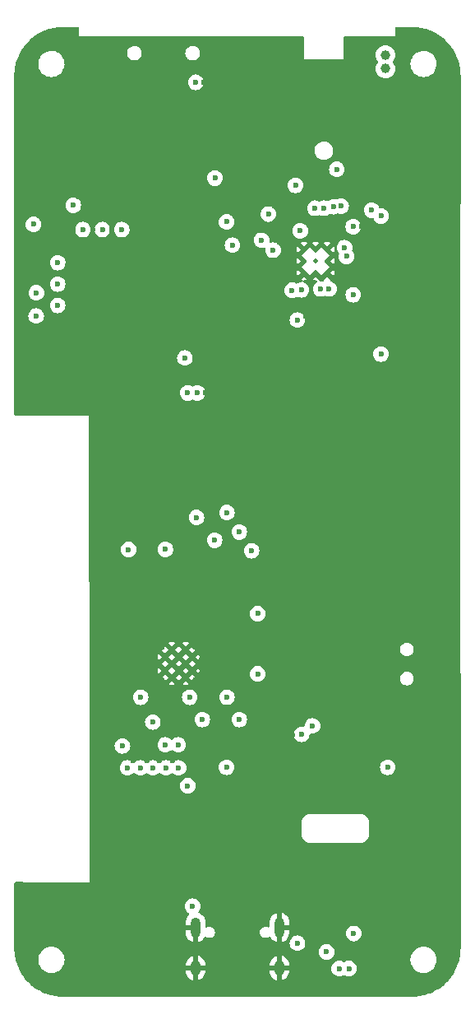
<source format=gbr>
%TF.GenerationSoftware,KiCad,Pcbnew,7.0.2-0*%
%TF.CreationDate,2023-08-13T19:48:24+08:00*%
%TF.ProjectId,Music_32_V2,4d757369-635f-4333-925f-56322e6b6963,rev?*%
%TF.SameCoordinates,Original*%
%TF.FileFunction,Copper,L2,Inr*%
%TF.FilePolarity,Positive*%
%FSLAX46Y46*%
G04 Gerber Fmt 4.6, Leading zero omitted, Abs format (unit mm)*
G04 Created by KiCad (PCBNEW 7.0.2-0) date 2023-08-13 19:48:24*
%MOMM*%
%LPD*%
G01*
G04 APERTURE LIST*
%TA.AperFunction,ComponentPad*%
%ADD10C,0.500000*%
%TD*%
%TA.AperFunction,ComponentPad*%
%ADD11O,1.000000X2.100000*%
%TD*%
%TA.AperFunction,ComponentPad*%
%ADD12O,1.000000X1.600000*%
%TD*%
%TA.AperFunction,ComponentPad*%
%ADD13C,1.000000*%
%TD*%
%TA.AperFunction,ViaPad*%
%ADD14C,0.600000*%
%TD*%
G04 APERTURE END LIST*
D10*
%TO.N,GND*%
%TO.C,U2*%
X146660000Y-125900000D03*
X148060000Y-125900000D03*
X145950000Y-125200000D03*
X147400000Y-125200000D03*
X148750000Y-125200000D03*
X146650000Y-124500000D03*
X148060000Y-124500000D03*
X145950000Y-123800000D03*
X147400000Y-123800000D03*
X148750000Y-123800000D03*
X146650000Y-123050000D03*
X148060000Y-123050000D03*
%TD*%
D11*
%TO.N,GND*%
%TO.C,J3*%
X149100000Y-151625000D03*
D12*
X149100000Y-155805000D03*
D11*
X157740000Y-151625000D03*
D12*
X157740000Y-155805000D03*
%TD*%
D10*
%TO.N,GND*%
%TO.C,U3*%
X160270000Y-81900000D03*
X160270000Y-83100000D03*
X160270000Y-84300000D03*
X161470000Y-81900000D03*
X161470000Y-83100000D03*
X161470000Y-84300000D03*
X162670000Y-81900000D03*
X162670000Y-83100000D03*
X162670000Y-84300000D03*
%TD*%
D13*
%TO.N,/Codec/M2-*%
%TO.C,MK1*%
X168670000Y-63300000D03*
%TO.N,/Codec/M2+*%
X168670000Y-61900000D03*
%TD*%
D14*
%TO.N,IO7*%
X147350000Y-135209500D03*
X147300000Y-132850000D03*
%TO.N,GND*%
X146700000Y-134450000D03*
X168800000Y-125750000D03*
X145400000Y-134450000D03*
X164650000Y-89400000D03*
X147300000Y-90450000D03*
X172100000Y-141750000D03*
X138500000Y-79850000D03*
X172300000Y-136550000D03*
X155500000Y-147200000D03*
X136500000Y-79850000D03*
X155500000Y-123150000D03*
X148300000Y-74350000D03*
X157500000Y-136450000D03*
X159155000Y-155805000D03*
X140500000Y-79850000D03*
X139080000Y-133330000D03*
X150120000Y-96630000D03*
X146600000Y-63500000D03*
X167000000Y-80800000D03*
X145700000Y-129950000D03*
X160400000Y-77650000D03*
X154800000Y-130050000D03*
X134500000Y-79850000D03*
X172300000Y-142950000D03*
X139100000Y-136850000D03*
X153800000Y-134150000D03*
X160900000Y-74950000D03*
X149400000Y-71050000D03*
X139800000Y-61700000D03*
X170100000Y-147950000D03*
X153000000Y-112750000D03*
X146900000Y-93050000D03*
X164100000Y-149950000D03*
X166000000Y-77950000D03*
X132718399Y-84304600D03*
X142699500Y-134430000D03*
X142700000Y-79850000D03*
X172600000Y-135350000D03*
X159400000Y-147850000D03*
X166250000Y-79550000D03*
X165600000Y-148850000D03*
X157800000Y-80150000D03*
X139800000Y-113150000D03*
X160476089Y-88773911D03*
X156200000Y-110450000D03*
X151700000Y-112750000D03*
X147200000Y-87350000D03*
X160800000Y-151250000D03*
X172600000Y-133850000D03*
X164700000Y-135950000D03*
X151450000Y-139300000D03*
X152200000Y-80250000D03*
X158620000Y-88550000D03*
X150920000Y-96630000D03*
X144100000Y-134450000D03*
X164594500Y-76450000D03*
X157100000Y-82950000D03*
X155900000Y-79950000D03*
X142300000Y-127950000D03*
X145500000Y-111800000D03*
X149600000Y-146850000D03*
X150800000Y-63800000D03*
X147200000Y-130150000D03*
X149919503Y-64700000D03*
X149100000Y-112750000D03*
X159100000Y-131800000D03*
X172300000Y-144450000D03*
X167000000Y-83500000D03*
X151650000Y-147200000D03*
X150400000Y-112750000D03*
X167000000Y-82600000D03*
X167000000Y-81650000D03*
X152800000Y-90650000D03*
X165950000Y-88950000D03*
X160400000Y-147850000D03*
X151000000Y-130050000D03*
X132400000Y-76800000D03*
%TO.N,HOLD*%
X149120000Y-64700000D03*
X143450000Y-135209500D03*
X143450000Y-127950000D03*
%TO.N,IO0*%
X155500000Y-119350000D03*
%TO.N,IO5*%
X144700000Y-135209500D03*
X144700000Y-130500000D03*
%TO.N,IO3*%
X161150000Y-130900000D03*
%TO.N,IO6*%
X146050000Y-135209500D03*
X146000000Y-132850000D03*
%TO.N,/EN*%
X142100000Y-135209500D03*
X141571232Y-132952640D03*
%TO.N,+3.3V*%
X149300000Y-96650000D03*
X148300000Y-137050000D03*
X168200000Y-78450000D03*
X136500000Y-77350000D03*
X168200000Y-92650000D03*
X159595000Y-89150000D03*
X156600000Y-78250000D03*
X160030000Y-131770000D03*
X132700000Y-86350000D03*
X152300000Y-135150000D03*
X168900000Y-135150000D03*
X132400000Y-79300000D03*
X157100000Y-81970000D03*
%TO.N,ADCVREF*%
X164450000Y-81700000D03*
X159400000Y-75300000D03*
X163650000Y-73650000D03*
X165350000Y-79550000D03*
%TO.N,+3.3VA*%
X165350000Y-86550000D03*
X164650000Y-82600000D03*
%TO.N,/Codec/M2+*%
X161400000Y-77650000D03*
%TO.N,/Codec/M2-*%
X162300000Y-77650000D03*
%TO.N,/Codec/M1+*%
X163300000Y-77500000D03*
X162850000Y-85950000D03*
%TO.N,/Codec/M1-*%
X162000000Y-85950000D03*
X164097147Y-77438681D03*
%TO.N,Net-(U3-HEADSET)*%
X167250000Y-77850000D03*
X159050000Y-86100000D03*
%TO.N,BATT+*%
X162600000Y-154150000D03*
X165400000Y-152250000D03*
X148800000Y-149450000D03*
%TO.N,VBUS*%
X159600000Y-153250000D03*
%TO.N,Net-(D4-K)*%
X163900000Y-155850000D03*
%TO.N,Net-(D5-K)*%
X164900000Y-155850000D03*
%TO.N,MISO*%
X134900000Y-83250000D03*
X137500000Y-79850000D03*
X145990000Y-112740000D03*
%TO.N,CLK*%
X134900000Y-85450000D03*
X141500000Y-79850000D03*
X152340000Y-108950000D03*
%TO.N,MOSI*%
X139500000Y-79850000D03*
X134900000Y-87650000D03*
X153600000Y-110950000D03*
%TO.N,SD_CS*%
X142200000Y-112750000D03*
X132680000Y-88730000D03*
%TO.N,Net-(Q4-D)*%
X148000000Y-93050000D03*
%TO.N,SDA*%
X148500000Y-127950000D03*
X159884251Y-79973740D03*
X151100000Y-74550000D03*
%TO.N,SCL*%
X152900000Y-81450000D03*
X149800000Y-130250000D03*
%TO.N,HEADSET_INT*%
X153600000Y-130250000D03*
X160000000Y-86050000D03*
%TO.N,Net-(U8-LEDA)*%
X148300000Y-96650000D03*
%TO.N,DISPLAY_RESET*%
X154880000Y-112880000D03*
%TO.N,RTC_INT*%
X152300000Y-79050000D03*
X152340000Y-127950000D03*
%TO.N,MCLK*%
X155500000Y-125550000D03*
X155900000Y-80950000D03*
%TO.N,DISPLAY_CS*%
X151070000Y-111800000D03*
%TO.N,DISPLAY_DC*%
X149200000Y-109450000D03*
%TD*%
%TA.AperFunction,Conductor*%
%TO.N,GND*%
G36*
X137042539Y-59020185D02*
G01*
X137088294Y-59072989D01*
X137099500Y-59124500D01*
X137099500Y-59975467D01*
X137099416Y-59975889D01*
X137099459Y-60000000D01*
X137099501Y-60000101D01*
X137099616Y-60000382D01*
X137099618Y-60000384D01*
X137099808Y-60000462D01*
X137100000Y-60000541D01*
X137100002Y-60000539D01*
X137124616Y-60000524D01*
X137124616Y-60000528D01*
X137124760Y-60000500D01*
X160195500Y-60000500D01*
X160262539Y-60020185D01*
X160308294Y-60072989D01*
X160319500Y-60124500D01*
X160319500Y-62305467D01*
X160319416Y-62305889D01*
X160319459Y-62330000D01*
X160319501Y-62330101D01*
X160319616Y-62330382D01*
X160319618Y-62330384D01*
X160319808Y-62330462D01*
X160320000Y-62330541D01*
X160320002Y-62330539D01*
X160344616Y-62330524D01*
X160344616Y-62330528D01*
X160344760Y-62330500D01*
X162319901Y-62330500D01*
X164295240Y-62330500D01*
X164295383Y-62330528D01*
X164295384Y-62330524D01*
X164319997Y-62330539D01*
X164320000Y-62330541D01*
X164320383Y-62330383D01*
X164320500Y-62330099D01*
X164320541Y-62330000D01*
X164320540Y-62329997D01*
X164320583Y-62305889D01*
X164320500Y-62305467D01*
X164320500Y-60124500D01*
X164340185Y-60057461D01*
X164392989Y-60011706D01*
X164444500Y-60000500D01*
X169675240Y-60000500D01*
X169675383Y-60000528D01*
X169675384Y-60000524D01*
X169699997Y-60000539D01*
X169700000Y-60000541D01*
X169700383Y-60000383D01*
X169700500Y-60000099D01*
X169700541Y-60000000D01*
X169700540Y-59999997D01*
X169700583Y-59975889D01*
X169700500Y-59975467D01*
X169700500Y-59124500D01*
X169720185Y-59057461D01*
X169772989Y-59011706D01*
X169824500Y-59000500D01*
X171417435Y-59000500D01*
X171422561Y-59000605D01*
X171637666Y-59009507D01*
X171833452Y-59018059D01*
X171843340Y-59018891D01*
X172056764Y-59045498D01*
X172254955Y-59071594D01*
X172264172Y-59073164D01*
X172474225Y-59117211D01*
X172670357Y-59160696D01*
X172678891Y-59162909D01*
X172884521Y-59224131D01*
X173076722Y-59284735D01*
X173084406Y-59287442D01*
X173283137Y-59364990D01*
X173283237Y-59365029D01*
X173285613Y-59365985D01*
X173339148Y-59388160D01*
X173470983Y-59442769D01*
X173477947Y-59445910D01*
X173669509Y-59539561D01*
X173669589Y-59539600D01*
X173672375Y-59541005D01*
X173850426Y-59633695D01*
X173856617Y-59637148D01*
X174039765Y-59746282D01*
X174042906Y-59748217D01*
X174212269Y-59856115D01*
X174217661Y-59859753D01*
X174311663Y-59926870D01*
X174391152Y-59983625D01*
X174394585Y-59986167D01*
X174553887Y-60108405D01*
X174558541Y-60112157D01*
X174721205Y-60249926D01*
X174724824Y-60253115D01*
X174872893Y-60388795D01*
X174876776Y-60392513D01*
X175027485Y-60543222D01*
X175031206Y-60547108D01*
X175166872Y-60695161D01*
X175170072Y-60698793D01*
X175307841Y-60861457D01*
X175311593Y-60866111D01*
X175433831Y-61025413D01*
X175436373Y-61028846D01*
X175560233Y-61202320D01*
X175563896Y-61207748D01*
X175671774Y-61377081D01*
X175673716Y-61380233D01*
X175782843Y-61563369D01*
X175786310Y-61569585D01*
X175878987Y-61747613D01*
X175880398Y-61750409D01*
X175974078Y-61942029D01*
X175977239Y-61949038D01*
X176054013Y-62134385D01*
X176054969Y-62136761D01*
X176132539Y-62335547D01*
X176135282Y-62343335D01*
X176195879Y-62535515D01*
X176257089Y-62741108D01*
X176259302Y-62749641D01*
X176302802Y-62945841D01*
X176346830Y-63155810D01*
X176348407Y-63165065D01*
X176374512Y-63363323D01*
X176401106Y-63576640D01*
X176401940Y-63586567D01*
X176410505Y-63782641D01*
X176419392Y-63997401D01*
X176419498Y-64002621D01*
X176399500Y-90699900D01*
X176399500Y-96699901D01*
X176419499Y-153747412D01*
X176419393Y-153752579D01*
X176410513Y-153967270D01*
X176401948Y-154163427D01*
X176401114Y-154173355D01*
X176374524Y-154386679D01*
X176348423Y-154584936D01*
X176346845Y-154594195D01*
X176302818Y-154804173D01*
X176259320Y-155000374D01*
X176257106Y-155008912D01*
X176195899Y-155214503D01*
X176135301Y-155406693D01*
X176132561Y-155414470D01*
X176055008Y-155613224D01*
X176054051Y-155615603D01*
X175977260Y-155800993D01*
X175974099Y-155808001D01*
X175880437Y-155999587D01*
X175879026Y-156002383D01*
X175786346Y-156180420D01*
X175782880Y-156186636D01*
X175673743Y-156369793D01*
X175671800Y-156372946D01*
X175563920Y-156542282D01*
X175560257Y-156547710D01*
X175436399Y-156721184D01*
X175433858Y-156724616D01*
X175311626Y-156883912D01*
X175307872Y-156888567D01*
X175170107Y-157051226D01*
X175166908Y-157054858D01*
X175031254Y-157202899D01*
X175027512Y-157206807D01*
X174876807Y-157357512D01*
X174872899Y-157361254D01*
X174724858Y-157496908D01*
X174721226Y-157500107D01*
X174558567Y-157637872D01*
X174553912Y-157641626D01*
X174394616Y-157763858D01*
X174391184Y-157766399D01*
X174217710Y-157890257D01*
X174212282Y-157893920D01*
X174042946Y-158001800D01*
X174039793Y-158003743D01*
X173856636Y-158112880D01*
X173850420Y-158116346D01*
X173672383Y-158209026D01*
X173669587Y-158210437D01*
X173478001Y-158304099D01*
X173470993Y-158307260D01*
X173285603Y-158384051D01*
X173283224Y-158385008D01*
X173084475Y-158462559D01*
X173076689Y-158465302D01*
X172884503Y-158525899D01*
X172678909Y-158587107D01*
X172670375Y-158589320D01*
X172474173Y-158632818D01*
X172264194Y-158676845D01*
X172254938Y-158678422D01*
X172056681Y-158704524D01*
X171843355Y-158731114D01*
X171833428Y-158731948D01*
X171637271Y-158740513D01*
X171422563Y-158749394D01*
X171417438Y-158749500D01*
X135422558Y-158749500D01*
X135417436Y-158749394D01*
X135202617Y-158740513D01*
X135006572Y-158731957D01*
X134996643Y-158731123D01*
X134783324Y-158704537D01*
X134585049Y-158678436D01*
X134575789Y-158676858D01*
X134365782Y-158632828D01*
X134169628Y-158589344D01*
X134161090Y-158587130D01*
X133955522Y-158525933D01*
X133841954Y-158490127D01*
X133763296Y-158465327D01*
X133755518Y-158462587D01*
X133556729Y-158385022D01*
X133554351Y-158384065D01*
X133368996Y-158307290D01*
X133361988Y-158304130D01*
X133170412Y-158210476D01*
X133167616Y-158209065D01*
X132989538Y-158116366D01*
X132983320Y-158112899D01*
X132800179Y-158003771D01*
X132797029Y-158001829D01*
X132627710Y-157893963D01*
X132622282Y-157890300D01*
X132448786Y-157766429D01*
X132445406Y-157763927D01*
X132286047Y-157641648D01*
X132281398Y-157637899D01*
X132118753Y-157500146D01*
X132115121Y-157496946D01*
X132115080Y-157496908D01*
X131967036Y-157361251D01*
X131963150Y-157357530D01*
X131812468Y-157206848D01*
X131808750Y-157202965D01*
X131673035Y-157054858D01*
X131669852Y-157051245D01*
X131532099Y-156888600D01*
X131528359Y-156883962D01*
X131406057Y-156724574D01*
X131403583Y-156721232D01*
X131299741Y-156575789D01*
X131279698Y-156547716D01*
X131276035Y-156542288D01*
X131168169Y-156372969D01*
X131166227Y-156369819D01*
X131155767Y-156352264D01*
X131057084Y-156186652D01*
X131053632Y-156180460D01*
X131053611Y-156180420D01*
X130988323Y-156055000D01*
X130960933Y-156002382D01*
X130959522Y-155999586D01*
X130934343Y-155948080D01*
X130865861Y-155807994D01*
X130862708Y-155801002D01*
X130862704Y-155800993D01*
X130785900Y-155615566D01*
X130785008Y-155613349D01*
X130707403Y-155414460D01*
X130704678Y-155406723D01*
X130644074Y-155214503D01*
X130582852Y-155008851D01*
X130580661Y-155000399D01*
X130569488Y-154949999D01*
X132894340Y-154949999D01*
X132914936Y-155185407D01*
X132965291Y-155373335D01*
X132976097Y-155413663D01*
X133075965Y-155627829D01*
X133211505Y-155821401D01*
X133378599Y-155988495D01*
X133572171Y-156124035D01*
X133786337Y-156223903D01*
X134014592Y-156285063D01*
X134191034Y-156300500D01*
X134193742Y-156300500D01*
X134306258Y-156300500D01*
X134308966Y-156300500D01*
X134485408Y-156285063D01*
X134713663Y-156223903D01*
X134866636Y-156152570D01*
X148100000Y-156152570D01*
X148100317Y-156158835D01*
X148115419Y-156307339D01*
X148176303Y-156501389D01*
X148275003Y-156679214D01*
X148407479Y-156833531D01*
X148568307Y-156958021D01*
X148750902Y-157047587D01*
X148850000Y-157073244D01*
X148850000Y-156271110D01*
X148874457Y-156310610D01*
X148963962Y-156378201D01*
X149071840Y-156408895D01*
X149183521Y-156398546D01*
X149283922Y-156348552D01*
X149350000Y-156276069D01*
X149350000Y-157078366D01*
X149351947Y-157078068D01*
X149542663Y-157007436D01*
X149715263Y-156899854D01*
X149862669Y-156759733D01*
X149978855Y-156592805D01*
X150059059Y-156405907D01*
X150100000Y-156206688D01*
X150100000Y-156152570D01*
X156740000Y-156152570D01*
X156740317Y-156158835D01*
X156755419Y-156307339D01*
X156816303Y-156501389D01*
X156915003Y-156679214D01*
X157047479Y-156833531D01*
X157208307Y-156958021D01*
X157390902Y-157047587D01*
X157490000Y-157073244D01*
X157490000Y-156271110D01*
X157514457Y-156310610D01*
X157603962Y-156378201D01*
X157711840Y-156408895D01*
X157823521Y-156398546D01*
X157923922Y-156348552D01*
X157990000Y-156276069D01*
X157990000Y-157078366D01*
X157991947Y-157078068D01*
X158182663Y-157007436D01*
X158355263Y-156899854D01*
X158502669Y-156759733D01*
X158618855Y-156592805D01*
X158699059Y-156405907D01*
X158740000Y-156206688D01*
X158740000Y-156055000D01*
X158040000Y-156055000D01*
X158040000Y-155850000D01*
X163094434Y-155850000D01*
X163114631Y-156029251D01*
X163114631Y-156029253D01*
X163114632Y-156029255D01*
X163174211Y-156199522D01*
X163174212Y-156199523D01*
X163270185Y-156352264D01*
X163397735Y-156479814D01*
X163397737Y-156479815D01*
X163397738Y-156479816D01*
X163550478Y-156575789D01*
X163720745Y-156635368D01*
X163900000Y-156655565D01*
X164079255Y-156635368D01*
X164249522Y-156575789D01*
X164334028Y-156522689D01*
X164401265Y-156503690D01*
X164465971Y-156522689D01*
X164550478Y-156575789D01*
X164720745Y-156635368D01*
X164855186Y-156650515D01*
X164899999Y-156655565D01*
X164899999Y-156655564D01*
X164900000Y-156655565D01*
X165079255Y-156635368D01*
X165249522Y-156575789D01*
X165402262Y-156479816D01*
X165529816Y-156352262D01*
X165625789Y-156199522D01*
X165685368Y-156029255D01*
X165705565Y-155850000D01*
X165685368Y-155670745D01*
X165625789Y-155500478D01*
X165529816Y-155347738D01*
X165529815Y-155347737D01*
X165529814Y-155347735D01*
X165402264Y-155220185D01*
X165249525Y-155124213D01*
X165249522Y-155124211D01*
X165079255Y-155064632D01*
X165079253Y-155064631D01*
X165079251Y-155064631D01*
X164899999Y-155044434D01*
X164720748Y-155064631D01*
X164720745Y-155064631D01*
X164720745Y-155064632D01*
X164550478Y-155124211D01*
X164550477Y-155124211D01*
X164550473Y-155124213D01*
X164465971Y-155177309D01*
X164398734Y-155196309D01*
X164334029Y-155177309D01*
X164249526Y-155124213D01*
X164249524Y-155124212D01*
X164249522Y-155124211D01*
X164079255Y-155064632D01*
X164079253Y-155064631D01*
X164079251Y-155064631D01*
X163900000Y-155044434D01*
X163720748Y-155064631D01*
X163720745Y-155064631D01*
X163720745Y-155064632D01*
X163550478Y-155124211D01*
X163550476Y-155124211D01*
X163550476Y-155124212D01*
X163397735Y-155220185D01*
X163270185Y-155347735D01*
X163174212Y-155500476D01*
X163174211Y-155500478D01*
X163134744Y-155613269D01*
X163114631Y-155670748D01*
X163094434Y-155850000D01*
X158040000Y-155850000D01*
X158040000Y-155555000D01*
X158740000Y-155555000D01*
X158740000Y-155457429D01*
X158739682Y-155451164D01*
X158724580Y-155302660D01*
X158663696Y-155108610D01*
X158564996Y-154930785D01*
X158432520Y-154776468D01*
X158271692Y-154651978D01*
X158089094Y-154562410D01*
X157990000Y-154536753D01*
X157990000Y-155338889D01*
X157965543Y-155299390D01*
X157876038Y-155231799D01*
X157768160Y-155201105D01*
X157656479Y-155211454D01*
X157556078Y-155261448D01*
X157490000Y-155333930D01*
X157490000Y-154531633D01*
X157488051Y-154531932D01*
X157297336Y-154602564D01*
X157124736Y-154710145D01*
X156977330Y-154850266D01*
X156861144Y-155017194D01*
X156780940Y-155204092D01*
X156740000Y-155403311D01*
X156740000Y-155555000D01*
X157440000Y-155555000D01*
X157440000Y-156055000D01*
X156740000Y-156055000D01*
X156740000Y-156152570D01*
X150100000Y-156152570D01*
X150100000Y-156055000D01*
X149400000Y-156055000D01*
X149400000Y-155555000D01*
X150100000Y-155555000D01*
X150100000Y-155457429D01*
X150099682Y-155451164D01*
X150084580Y-155302660D01*
X150023696Y-155108610D01*
X149924996Y-154930785D01*
X149792520Y-154776468D01*
X149631692Y-154651978D01*
X149449094Y-154562410D01*
X149350000Y-154536753D01*
X149350000Y-155338889D01*
X149325543Y-155299390D01*
X149236038Y-155231799D01*
X149128160Y-155201105D01*
X149016479Y-155211454D01*
X148916078Y-155261448D01*
X148850000Y-155333930D01*
X148850000Y-154531633D01*
X148848051Y-154531932D01*
X148657336Y-154602564D01*
X148484736Y-154710145D01*
X148337330Y-154850266D01*
X148221144Y-155017194D01*
X148140940Y-155204092D01*
X148100000Y-155403311D01*
X148100000Y-155555000D01*
X148800000Y-155555000D01*
X148800000Y-156055000D01*
X148100000Y-156055000D01*
X148100000Y-156152570D01*
X134866636Y-156152570D01*
X134927829Y-156124035D01*
X135121401Y-155988495D01*
X135288495Y-155821401D01*
X135424035Y-155627830D01*
X135523903Y-155413663D01*
X135585063Y-155185408D01*
X135605659Y-154950000D01*
X135590769Y-154779816D01*
X135585063Y-154714592D01*
X135568286Y-154651978D01*
X135523903Y-154486337D01*
X135424035Y-154272171D01*
X135338490Y-154150000D01*
X161794434Y-154150000D01*
X161814631Y-154329251D01*
X161814631Y-154329253D01*
X161814632Y-154329255D01*
X161874211Y-154499522D01*
X161874212Y-154499523D01*
X161970185Y-154652264D01*
X162097735Y-154779814D01*
X162097737Y-154779815D01*
X162097738Y-154779816D01*
X162250478Y-154875789D01*
X162420745Y-154935368D01*
X162550600Y-154949999D01*
X162599999Y-154955565D01*
X162599999Y-154955564D01*
X162600000Y-154955565D01*
X162649391Y-154950000D01*
X171234340Y-154950000D01*
X171254936Y-155185407D01*
X171305291Y-155373335D01*
X171316097Y-155413663D01*
X171415965Y-155627829D01*
X171551505Y-155821401D01*
X171718599Y-155988495D01*
X171912171Y-156124035D01*
X172126337Y-156223903D01*
X172354592Y-156285063D01*
X172531034Y-156300500D01*
X172533742Y-156300500D01*
X172646258Y-156300500D01*
X172648966Y-156300500D01*
X172825408Y-156285063D01*
X173053663Y-156223903D01*
X173267829Y-156124035D01*
X173461401Y-155988495D01*
X173628495Y-155821401D01*
X173764035Y-155627830D01*
X173863903Y-155413663D01*
X173925063Y-155185408D01*
X173945659Y-154950000D01*
X173925063Y-154714592D01*
X173863903Y-154486337D01*
X173764035Y-154272171D01*
X173628495Y-154078599D01*
X173461401Y-153911505D01*
X173267829Y-153775965D01*
X173053663Y-153676097D01*
X173053662Y-153676097D01*
X172825407Y-153614936D01*
X172651667Y-153599736D01*
X172651659Y-153599735D01*
X172648966Y-153599500D01*
X172531034Y-153599500D01*
X172528341Y-153599735D01*
X172528332Y-153599736D01*
X172354592Y-153614936D01*
X172126336Y-153676097D01*
X171912170Y-153775965D01*
X171718598Y-153911505D01*
X171551508Y-154078595D01*
X171551505Y-154078598D01*
X171551505Y-154078599D01*
X171492509Y-154162855D01*
X171415964Y-154272172D01*
X171316097Y-154486337D01*
X171254936Y-154714592D01*
X171234340Y-154950000D01*
X162649391Y-154950000D01*
X162779255Y-154935368D01*
X162949522Y-154875789D01*
X163102262Y-154779816D01*
X163229816Y-154652262D01*
X163325789Y-154499522D01*
X163385368Y-154329255D01*
X163405565Y-154150000D01*
X163385368Y-153970745D01*
X163325789Y-153800478D01*
X163229816Y-153647738D01*
X163229815Y-153647737D01*
X163229814Y-153647735D01*
X163102264Y-153520185D01*
X162957543Y-153429251D01*
X162949522Y-153424211D01*
X162779255Y-153364632D01*
X162779253Y-153364631D01*
X162779251Y-153364631D01*
X162599999Y-153344434D01*
X162420748Y-153364631D01*
X162420745Y-153364631D01*
X162420745Y-153364632D01*
X162250478Y-153424211D01*
X162250476Y-153424211D01*
X162250476Y-153424212D01*
X162097735Y-153520185D01*
X161970185Y-153647735D01*
X161874212Y-153800476D01*
X161874211Y-153800478D01*
X161835361Y-153911505D01*
X161814631Y-153970748D01*
X161794434Y-154150000D01*
X135338490Y-154150000D01*
X135288495Y-154078599D01*
X135121401Y-153911505D01*
X134927829Y-153775965D01*
X134713663Y-153676097D01*
X134713662Y-153676097D01*
X134485407Y-153614936D01*
X134311667Y-153599736D01*
X134311659Y-153599735D01*
X134308966Y-153599500D01*
X134191034Y-153599500D01*
X134188341Y-153599735D01*
X134188332Y-153599736D01*
X134014592Y-153614936D01*
X133786336Y-153676097D01*
X133572170Y-153775965D01*
X133378598Y-153911505D01*
X133211508Y-154078595D01*
X133211505Y-154078598D01*
X133211505Y-154078599D01*
X133152509Y-154162855D01*
X133075964Y-154272172D01*
X132976097Y-154486337D01*
X132914936Y-154714592D01*
X132894340Y-154949999D01*
X130569488Y-154949999D01*
X130537185Y-154804281D01*
X130493133Y-154594173D01*
X130491566Y-154584973D01*
X130465463Y-154386679D01*
X130438872Y-154173325D01*
X130438043Y-154163460D01*
X130429495Y-153967595D01*
X130420606Y-153752564D01*
X130420500Y-153747443D01*
X130420500Y-153249999D01*
X158794434Y-153249999D01*
X158814631Y-153429251D01*
X158814631Y-153429253D01*
X158814632Y-153429255D01*
X158874211Y-153599522D01*
X158883897Y-153614937D01*
X158970185Y-153752264D01*
X159097735Y-153879814D01*
X159097737Y-153879815D01*
X159097738Y-153879816D01*
X159250478Y-153975789D01*
X159420745Y-154035368D01*
X159600000Y-154055565D01*
X159779255Y-154035368D01*
X159949522Y-153975789D01*
X160102262Y-153879816D01*
X160229816Y-153752262D01*
X160325789Y-153599522D01*
X160385368Y-153429255D01*
X160405565Y-153250000D01*
X160385368Y-153070745D01*
X160325789Y-152900478D01*
X160229816Y-152747738D01*
X160229815Y-152747737D01*
X160229814Y-152747735D01*
X160102264Y-152620185D01*
X160024605Y-152571389D01*
X159949522Y-152524211D01*
X159779255Y-152464632D01*
X159779253Y-152464631D01*
X159779251Y-152464631D01*
X159600000Y-152444434D01*
X159420748Y-152464631D01*
X159420745Y-152464631D01*
X159420745Y-152464632D01*
X159250478Y-152524211D01*
X159250476Y-152524211D01*
X159250476Y-152524212D01*
X159097735Y-152620185D01*
X158970185Y-152747735D01*
X158874212Y-152900476D01*
X158814631Y-153070748D01*
X158794434Y-153249999D01*
X130420500Y-153249999D01*
X130420500Y-149450000D01*
X147994434Y-149450000D01*
X148014631Y-149629251D01*
X148014631Y-149629253D01*
X148014632Y-149629255D01*
X148074211Y-149799522D01*
X148074212Y-149799523D01*
X148170185Y-149952264D01*
X148297735Y-150079814D01*
X148297737Y-150079815D01*
X148297738Y-150079816D01*
X148332935Y-150101932D01*
X148402062Y-150145367D01*
X148448353Y-150197701D01*
X148459002Y-150266755D01*
X148430627Y-150330603D01*
X148421523Y-150340235D01*
X148337328Y-150420269D01*
X148221144Y-150587194D01*
X148140940Y-150774092D01*
X148100000Y-150973311D01*
X148100000Y-151375000D01*
X148800000Y-151375000D01*
X148800000Y-151875000D01*
X148100000Y-151875000D01*
X148100000Y-152222570D01*
X148100317Y-152228835D01*
X148115419Y-152377339D01*
X148176303Y-152571389D01*
X148275003Y-152749214D01*
X148407479Y-152903531D01*
X148568307Y-153028021D01*
X148750902Y-153117587D01*
X148850000Y-153143244D01*
X148850000Y-152341110D01*
X148874457Y-152380610D01*
X148963962Y-152448201D01*
X149071840Y-152478895D01*
X149183521Y-152468546D01*
X149283922Y-152418552D01*
X149350000Y-152346069D01*
X149350000Y-153148366D01*
X149351947Y-153148068D01*
X149542663Y-153077436D01*
X149715263Y-152969854D01*
X149862669Y-152829733D01*
X149978856Y-152662804D01*
X149991922Y-152632357D01*
X150036448Y-152578513D01*
X150103016Y-152557289D01*
X150170491Y-152575424D01*
X150181353Y-152582875D01*
X150239767Y-152627698D01*
X150379764Y-152685687D01*
X150492280Y-152700500D01*
X150496333Y-152700500D01*
X150563667Y-152700500D01*
X150567720Y-152700500D01*
X150680236Y-152685687D01*
X150820233Y-152627698D01*
X150940451Y-152535451D01*
X151032698Y-152415233D01*
X151090687Y-152275236D01*
X151110466Y-152125000D01*
X155729533Y-152125000D01*
X155749312Y-152275235D01*
X155807301Y-152415231D01*
X155807302Y-152415233D01*
X155899549Y-152535451D01*
X156019767Y-152627698D01*
X156159764Y-152685687D01*
X156272280Y-152700500D01*
X156276333Y-152700500D01*
X156343667Y-152700500D01*
X156347720Y-152700500D01*
X156460236Y-152685687D01*
X156600233Y-152627698D01*
X156659579Y-152582159D01*
X156724745Y-152556966D01*
X156793190Y-152571004D01*
X156843181Y-152619817D01*
X156843483Y-152620359D01*
X156915003Y-152749214D01*
X157047479Y-152903531D01*
X157208307Y-153028021D01*
X157390902Y-153117587D01*
X157490000Y-153143244D01*
X157490000Y-152341110D01*
X157514457Y-152380610D01*
X157603962Y-152448201D01*
X157711840Y-152478895D01*
X157823521Y-152468546D01*
X157923922Y-152418552D01*
X157990000Y-152346069D01*
X157990000Y-153148366D01*
X157991947Y-153148068D01*
X158182663Y-153077436D01*
X158355263Y-152969854D01*
X158502669Y-152829733D01*
X158618855Y-152662805D01*
X158699059Y-152475907D01*
X158740000Y-152276688D01*
X158740000Y-152250000D01*
X164594434Y-152250000D01*
X164614631Y-152429251D01*
X164614631Y-152429253D01*
X164614632Y-152429255D01*
X164674211Y-152599522D01*
X164728352Y-152685687D01*
X164770185Y-152752264D01*
X164897735Y-152879814D01*
X164897737Y-152879815D01*
X164897738Y-152879816D01*
X165050478Y-152975789D01*
X165220745Y-153035368D01*
X165400000Y-153055565D01*
X165579255Y-153035368D01*
X165749522Y-152975789D01*
X165902262Y-152879816D01*
X166029816Y-152752262D01*
X166125789Y-152599522D01*
X166185368Y-152429255D01*
X166205565Y-152250000D01*
X166185368Y-152070745D01*
X166125789Y-151900478D01*
X166029816Y-151747738D01*
X166029815Y-151747737D01*
X166029814Y-151747735D01*
X165902264Y-151620185D01*
X165751226Y-151525282D01*
X165749522Y-151524211D01*
X165579255Y-151464632D01*
X165579253Y-151464631D01*
X165579251Y-151464631D01*
X165400000Y-151444434D01*
X165220748Y-151464631D01*
X165220745Y-151464631D01*
X165220745Y-151464632D01*
X165050478Y-151524211D01*
X165050476Y-151524211D01*
X165050476Y-151524212D01*
X164897735Y-151620185D01*
X164770185Y-151747735D01*
X164674212Y-151900476D01*
X164614631Y-152070748D01*
X164594434Y-152250000D01*
X158740000Y-152250000D01*
X158740000Y-151875000D01*
X158040000Y-151875000D01*
X158040000Y-151375000D01*
X158740000Y-151375000D01*
X158740000Y-151027429D01*
X158739682Y-151021164D01*
X158724580Y-150872660D01*
X158663696Y-150678610D01*
X158564996Y-150500785D01*
X158432520Y-150346468D01*
X158271692Y-150221978D01*
X158089094Y-150132410D01*
X157989999Y-150106753D01*
X157989999Y-150908888D01*
X157965543Y-150869390D01*
X157876038Y-150801799D01*
X157768160Y-150771105D01*
X157656479Y-150781454D01*
X157556078Y-150831448D01*
X157490000Y-150903930D01*
X157490000Y-150101633D01*
X157488051Y-150101932D01*
X157297336Y-150172564D01*
X157124736Y-150280145D01*
X156977330Y-150420266D01*
X156861144Y-150587194D01*
X156780940Y-150774092D01*
X156740000Y-150973311D01*
X156740000Y-151494616D01*
X156720315Y-151561655D01*
X156667511Y-151607410D01*
X156598353Y-151617354D01*
X156568547Y-151609177D01*
X156511074Y-151585371D01*
X156460236Y-151564313D01*
X156401356Y-151556561D01*
X156351739Y-151550029D01*
X156351737Y-151550028D01*
X156347720Y-151549500D01*
X156272280Y-151549500D01*
X156268263Y-151550028D01*
X156268260Y-151550029D01*
X156159764Y-151564313D01*
X156019768Y-151622301D01*
X155899549Y-151714549D01*
X155807301Y-151834768D01*
X155749312Y-151974764D01*
X155729533Y-152125000D01*
X151110466Y-152125000D01*
X151090687Y-151974764D01*
X151032698Y-151834767D01*
X150940451Y-151714549D01*
X150820233Y-151622302D01*
X150815122Y-151620185D01*
X150731074Y-151585371D01*
X150680236Y-151564313D01*
X150621356Y-151556561D01*
X150571739Y-151550029D01*
X150571737Y-151550028D01*
X150567720Y-151549500D01*
X150492280Y-151549500D01*
X150488263Y-151550028D01*
X150488260Y-151550029D01*
X150379764Y-151564313D01*
X150271453Y-151609177D01*
X150201983Y-151616646D01*
X150139504Y-151585371D01*
X150103852Y-151525282D01*
X150100000Y-151494616D01*
X150100000Y-151027429D01*
X150099682Y-151021164D01*
X150084580Y-150872660D01*
X150023696Y-150678610D01*
X149924996Y-150500785D01*
X149792520Y-150346468D01*
X149631694Y-150221980D01*
X149471002Y-150143157D01*
X149419483Y-150095960D01*
X149401658Y-150028402D01*
X149422470Y-149964147D01*
X149422383Y-149964092D01*
X149422601Y-149963744D01*
X149423188Y-149961933D01*
X149425465Y-149959186D01*
X149429816Y-149952262D01*
X149525789Y-149799522D01*
X149585368Y-149629255D01*
X149605565Y-149450000D01*
X149585368Y-149270745D01*
X149525789Y-149100478D01*
X149429816Y-148947738D01*
X149429815Y-148947737D01*
X149429814Y-148947735D01*
X149302264Y-148820185D01*
X149239867Y-148780978D01*
X149149522Y-148724211D01*
X148979255Y-148664632D01*
X148979253Y-148664631D01*
X148979251Y-148664631D01*
X148800000Y-148644434D01*
X148620748Y-148664631D01*
X148620745Y-148664631D01*
X148620745Y-148664632D01*
X148450478Y-148724211D01*
X148450476Y-148724211D01*
X148450476Y-148724212D01*
X148297735Y-148820185D01*
X148170185Y-148947735D01*
X148074212Y-149100476D01*
X148014631Y-149270748D01*
X147994434Y-149450000D01*
X130420500Y-149450000D01*
X130420500Y-147077321D01*
X130440185Y-147010282D01*
X130492989Y-146964527D01*
X130545252Y-146953323D01*
X132061964Y-146962572D01*
X132128882Y-146982665D01*
X132148889Y-146998889D01*
X132150000Y-147000000D01*
X138199999Y-147000000D01*
X138200000Y-147000000D01*
X138189372Y-141898478D01*
X159994926Y-141898478D01*
X159998903Y-141938858D01*
X159999500Y-141951012D01*
X159999500Y-142037533D01*
X160010628Y-142100645D01*
X160009311Y-142112448D01*
X160015263Y-142132067D01*
X160018719Y-142146531D01*
X160029899Y-142209937D01*
X160058163Y-142287592D01*
X160058992Y-142300641D01*
X160067129Y-142315864D01*
X160074289Y-142331899D01*
X160089774Y-142374441D01*
X160089776Y-142374447D01*
X160138578Y-142458974D01*
X160142056Y-142473311D01*
X160151793Y-142485176D01*
X160163325Y-142501837D01*
X160179926Y-142530590D01*
X160189372Y-142544560D01*
X160191255Y-142548084D01*
X160209702Y-142564661D01*
X160248914Y-142611393D01*
X160255485Y-142626408D01*
X160265932Y-142634982D01*
X160282254Y-142651126D01*
X160289837Y-142660163D01*
X160298872Y-142667744D01*
X160315018Y-142684067D01*
X160319147Y-142689098D01*
X160338606Y-142701085D01*
X160385337Y-142740297D01*
X160395234Y-142755172D01*
X160405438Y-142760627D01*
X160419408Y-142770072D01*
X160423942Y-142772690D01*
X160423945Y-142772692D01*
X160448165Y-142786676D01*
X160464826Y-142798207D01*
X160471770Y-142803905D01*
X160491019Y-142811417D01*
X160575555Y-142860225D01*
X160618105Y-142875712D01*
X160634141Y-142882872D01*
X160644334Y-142888320D01*
X160662401Y-142891834D01*
X160740062Y-142920101D01*
X160803476Y-142931282D01*
X160817939Y-142934738D01*
X160832541Y-142939167D01*
X160849350Y-142939370D01*
X160912468Y-142950500D01*
X160912469Y-142950500D01*
X160998997Y-142950500D01*
X161011151Y-142951097D01*
X161044302Y-142954362D01*
X161067096Y-142950500D01*
X165932903Y-142950500D01*
X165948476Y-142955073D01*
X165988848Y-142951097D01*
X166001002Y-142950500D01*
X166087530Y-142950500D01*
X166087532Y-142950500D01*
X166150646Y-142939371D01*
X166162444Y-142940687D01*
X166182055Y-142934738D01*
X166196511Y-142931284D01*
X166259938Y-142920101D01*
X166337592Y-142891836D01*
X166350638Y-142891007D01*
X166365854Y-142882874D01*
X166381890Y-142875713D01*
X166424445Y-142860225D01*
X166508976Y-142811420D01*
X166523310Y-142807942D01*
X166535172Y-142798208D01*
X166551834Y-142786676D01*
X166576055Y-142772692D01*
X166576055Y-142772691D01*
X166580586Y-142770076D01*
X166594564Y-142760625D01*
X166598082Y-142758744D01*
X166614658Y-142740300D01*
X166661395Y-142701083D01*
X166676407Y-142694513D01*
X166684977Y-142684071D01*
X166701121Y-142667750D01*
X166710163Y-142660163D01*
X166717750Y-142651121D01*
X166734071Y-142634977D01*
X166739099Y-142630850D01*
X166751082Y-142611397D01*
X166790297Y-142564661D01*
X166805172Y-142554764D01*
X166810625Y-142544564D01*
X166820076Y-142530586D01*
X166822692Y-142526055D01*
X166836676Y-142501834D01*
X166848208Y-142485172D01*
X166853903Y-142478231D01*
X166861418Y-142458979D01*
X166910225Y-142374445D01*
X166925713Y-142331890D01*
X166932874Y-142315854D01*
X166938319Y-142305666D01*
X166941835Y-142287595D01*
X166970101Y-142209938D01*
X166981284Y-142146511D01*
X166984738Y-142132055D01*
X166989166Y-142117458D01*
X166989370Y-142100649D01*
X167000500Y-142037532D01*
X167000500Y-141951002D01*
X167001097Y-141938848D01*
X167004362Y-141905696D01*
X167000500Y-141882903D01*
X167000500Y-141017095D01*
X167005073Y-141001521D01*
X167001097Y-140961149D01*
X167000500Y-140948996D01*
X167000500Y-140862468D01*
X167000499Y-140862465D01*
X166989371Y-140799352D01*
X166990687Y-140787551D01*
X166984738Y-140767939D01*
X166981282Y-140753475D01*
X166970101Y-140690062D01*
X166941835Y-140612404D01*
X166941006Y-140599359D01*
X166932872Y-140584141D01*
X166925712Y-140568105D01*
X166910225Y-140525555D01*
X166861419Y-140441021D01*
X166857941Y-140426687D01*
X166848207Y-140414826D01*
X166836676Y-140398165D01*
X166822692Y-140373945D01*
X166822690Y-140373942D01*
X166820072Y-140369408D01*
X166810627Y-140355438D01*
X166808745Y-140351918D01*
X166790297Y-140335337D01*
X166751085Y-140288606D01*
X166744513Y-140273591D01*
X166734067Y-140265018D01*
X166717744Y-140248872D01*
X166710163Y-140239837D01*
X166701126Y-140232254D01*
X166684982Y-140215932D01*
X166680856Y-140210905D01*
X166661393Y-140198914D01*
X166614661Y-140159702D01*
X166604763Y-140144825D01*
X166594560Y-140139372D01*
X166580590Y-140129926D01*
X166551837Y-140113325D01*
X166535176Y-140101793D01*
X166528235Y-140096097D01*
X166508974Y-140088578D01*
X166424447Y-140039776D01*
X166424446Y-140039775D01*
X166424445Y-140039775D01*
X166381899Y-140024289D01*
X166365864Y-140017129D01*
X166355670Y-140011680D01*
X166337592Y-140008163D01*
X166259938Y-139979899D01*
X166196530Y-139968718D01*
X166182067Y-139965263D01*
X166167462Y-139960832D01*
X166150645Y-139960628D01*
X166087533Y-139949500D01*
X166087532Y-139949500D01*
X166001012Y-139949500D01*
X165988858Y-139948903D01*
X165955700Y-139945637D01*
X165932903Y-139949500D01*
X161067096Y-139949500D01*
X161051519Y-139944926D01*
X161011141Y-139948903D01*
X160998987Y-139949500D01*
X160912466Y-139949500D01*
X160849352Y-139960628D01*
X160837550Y-139959311D01*
X160817927Y-139965264D01*
X160803466Y-139968719D01*
X160740062Y-139979899D01*
X160662407Y-140008163D01*
X160649355Y-140008992D01*
X160634129Y-140017131D01*
X160618089Y-140024293D01*
X160575556Y-140039774D01*
X160491024Y-140088579D01*
X160476686Y-140092057D01*
X160464817Y-140101798D01*
X160448156Y-140113329D01*
X160419415Y-140129922D01*
X160405444Y-140139368D01*
X160401921Y-140141250D01*
X160385338Y-140159702D01*
X160338605Y-140198915D01*
X160323589Y-140205486D01*
X160315015Y-140215934D01*
X160298873Y-140232254D01*
X160289836Y-140239836D01*
X160282254Y-140248873D01*
X160265934Y-140265015D01*
X160260905Y-140269142D01*
X160248915Y-140288605D01*
X160209702Y-140335338D01*
X160194824Y-140345236D01*
X160189368Y-140355444D01*
X160179922Y-140369415D01*
X160163329Y-140398156D01*
X160151798Y-140414817D01*
X160146096Y-140421764D01*
X160138579Y-140441024D01*
X160089774Y-140525556D01*
X160074293Y-140568089D01*
X160067131Y-140584129D01*
X160061680Y-140594325D01*
X160058163Y-140612407D01*
X160029899Y-140690062D01*
X160018719Y-140753466D01*
X160015264Y-140767927D01*
X160010831Y-140782540D01*
X160010628Y-140799352D01*
X159999500Y-140862465D01*
X159999500Y-140948982D01*
X159998903Y-140961136D01*
X159995636Y-140994301D01*
X159999500Y-141017101D01*
X159999500Y-141882902D01*
X159994926Y-141898478D01*
X138189372Y-141898478D01*
X138179271Y-137050000D01*
X147494434Y-137050000D01*
X147514631Y-137229251D01*
X147514631Y-137229253D01*
X147514632Y-137229255D01*
X147574211Y-137399522D01*
X147574212Y-137399523D01*
X147670185Y-137552264D01*
X147797735Y-137679814D01*
X147797737Y-137679815D01*
X147797738Y-137679816D01*
X147950478Y-137775789D01*
X148120745Y-137835368D01*
X148300000Y-137855565D01*
X148479255Y-137835368D01*
X148649522Y-137775789D01*
X148802262Y-137679816D01*
X148929816Y-137552262D01*
X149025789Y-137399522D01*
X149085368Y-137229255D01*
X149105565Y-137050000D01*
X149085368Y-136870745D01*
X149025789Y-136700478D01*
X148929816Y-136547738D01*
X148929815Y-136547737D01*
X148929814Y-136547735D01*
X148802264Y-136420185D01*
X148670722Y-136337532D01*
X148649522Y-136324211D01*
X148479255Y-136264632D01*
X148479253Y-136264631D01*
X148479251Y-136264631D01*
X148300000Y-136244434D01*
X148120748Y-136264631D01*
X148120745Y-136264631D01*
X148120745Y-136264632D01*
X147950478Y-136324211D01*
X147950476Y-136324211D01*
X147950476Y-136324212D01*
X147797735Y-136420185D01*
X147670185Y-136547735D01*
X147574212Y-136700476D01*
X147574211Y-136700478D01*
X147514632Y-136870745D01*
X147514631Y-136870748D01*
X147494434Y-137050000D01*
X138179271Y-137050000D01*
X138175437Y-135209499D01*
X141294434Y-135209499D01*
X141314631Y-135388751D01*
X141314631Y-135388753D01*
X141314632Y-135388755D01*
X141374211Y-135559022D01*
X141374212Y-135559023D01*
X141470185Y-135711764D01*
X141597735Y-135839314D01*
X141597737Y-135839315D01*
X141597738Y-135839316D01*
X141750478Y-135935289D01*
X141920745Y-135994868D01*
X142100000Y-136015065D01*
X142279255Y-135994868D01*
X142449522Y-135935289D01*
X142602262Y-135839316D01*
X142687319Y-135754258D01*
X142748640Y-135720775D01*
X142818332Y-135725759D01*
X142862680Y-135754259D01*
X142912682Y-135804260D01*
X142947738Y-135839316D01*
X143100478Y-135935289D01*
X143270745Y-135994868D01*
X143450000Y-136015065D01*
X143629255Y-135994868D01*
X143799522Y-135935289D01*
X143952262Y-135839316D01*
X143987318Y-135804259D01*
X144048641Y-135770774D01*
X144118332Y-135775758D01*
X144162682Y-135804260D01*
X144197736Y-135839315D01*
X144197738Y-135839316D01*
X144350478Y-135935289D01*
X144520745Y-135994868D01*
X144700000Y-136015065D01*
X144879255Y-135994868D01*
X145049522Y-135935289D01*
X145202262Y-135839316D01*
X145237318Y-135804260D01*
X145287319Y-135754260D01*
X145348642Y-135720775D01*
X145418334Y-135725759D01*
X145462681Y-135754260D01*
X145547735Y-135839314D01*
X145547737Y-135839315D01*
X145547738Y-135839316D01*
X145700478Y-135935289D01*
X145870745Y-135994868D01*
X146050000Y-136015065D01*
X146229255Y-135994868D01*
X146399522Y-135935289D01*
X146552262Y-135839316D01*
X146552263Y-135839314D01*
X146612319Y-135779260D01*
X146673642Y-135745775D01*
X146743334Y-135750759D01*
X146787681Y-135779260D01*
X146847735Y-135839314D01*
X146847737Y-135839315D01*
X146847738Y-135839316D01*
X147000478Y-135935289D01*
X147170745Y-135994868D01*
X147350000Y-136015065D01*
X147529255Y-135994868D01*
X147699522Y-135935289D01*
X147852262Y-135839316D01*
X147979816Y-135711762D01*
X148075789Y-135559022D01*
X148135368Y-135388755D01*
X148155565Y-135209500D01*
X148148861Y-135149999D01*
X151494434Y-135149999D01*
X151514631Y-135329251D01*
X151514631Y-135329253D01*
X151514632Y-135329255D01*
X151574211Y-135499522D01*
X151574212Y-135499523D01*
X151670185Y-135652264D01*
X151797735Y-135779814D01*
X151797737Y-135779815D01*
X151797738Y-135779816D01*
X151950478Y-135875789D01*
X152120745Y-135935368D01*
X152300000Y-135955565D01*
X152479255Y-135935368D01*
X152649522Y-135875789D01*
X152802262Y-135779816D01*
X152929816Y-135652262D01*
X153025789Y-135499522D01*
X153085368Y-135329255D01*
X153105565Y-135150000D01*
X153105565Y-135149999D01*
X168094434Y-135149999D01*
X168114631Y-135329251D01*
X168114631Y-135329253D01*
X168114632Y-135329255D01*
X168174211Y-135499522D01*
X168174212Y-135499523D01*
X168270185Y-135652264D01*
X168397735Y-135779814D01*
X168397737Y-135779815D01*
X168397738Y-135779816D01*
X168550478Y-135875789D01*
X168720745Y-135935368D01*
X168855186Y-135950515D01*
X168899999Y-135955565D01*
X168899999Y-135955564D01*
X168900000Y-135955565D01*
X169079255Y-135935368D01*
X169249522Y-135875789D01*
X169402262Y-135779816D01*
X169529816Y-135652262D01*
X169625789Y-135499522D01*
X169685368Y-135329255D01*
X169705565Y-135150000D01*
X169685368Y-134970745D01*
X169625789Y-134800478D01*
X169529816Y-134647738D01*
X169529815Y-134647737D01*
X169529814Y-134647735D01*
X169402264Y-134520185D01*
X169339867Y-134480979D01*
X169249522Y-134424211D01*
X169079255Y-134364632D01*
X169079253Y-134364631D01*
X169079251Y-134364631D01*
X168900000Y-134344434D01*
X168720748Y-134364631D01*
X168720745Y-134364631D01*
X168720745Y-134364632D01*
X168550478Y-134424211D01*
X168550476Y-134424211D01*
X168550476Y-134424212D01*
X168397735Y-134520185D01*
X168270185Y-134647735D01*
X168174212Y-134800476D01*
X168114631Y-134970748D01*
X168094434Y-135149999D01*
X153105565Y-135149999D01*
X153085368Y-134970745D01*
X153025789Y-134800478D01*
X152929816Y-134647738D01*
X152929815Y-134647737D01*
X152929814Y-134647735D01*
X152802264Y-134520185D01*
X152739867Y-134480979D01*
X152649522Y-134424211D01*
X152479255Y-134364632D01*
X152479253Y-134364631D01*
X152479251Y-134364631D01*
X152300000Y-134344434D01*
X152120748Y-134364631D01*
X152120745Y-134364631D01*
X152120745Y-134364632D01*
X151950478Y-134424211D01*
X151950476Y-134424211D01*
X151950476Y-134424212D01*
X151797735Y-134520185D01*
X151670185Y-134647735D01*
X151574212Y-134800476D01*
X151514631Y-134970748D01*
X151494434Y-135149999D01*
X148148861Y-135149999D01*
X148135368Y-135030245D01*
X148075789Y-134859978D01*
X147979816Y-134707238D01*
X147979815Y-134707237D01*
X147979814Y-134707235D01*
X147852264Y-134579685D01*
X147757568Y-134520184D01*
X147699522Y-134483711D01*
X147529255Y-134424132D01*
X147529253Y-134424131D01*
X147529251Y-134424131D01*
X147350000Y-134403934D01*
X147170748Y-134424131D01*
X147170745Y-134424131D01*
X147170745Y-134424132D01*
X147000478Y-134483711D01*
X147000476Y-134483711D01*
X147000476Y-134483712D01*
X146847738Y-134579683D01*
X146787680Y-134639741D01*
X146726356Y-134673225D01*
X146656665Y-134668240D01*
X146612319Y-134639741D01*
X146552262Y-134579684D01*
X146399522Y-134483711D01*
X146229255Y-134424132D01*
X146229253Y-134424131D01*
X146229251Y-134424131D01*
X146050000Y-134403934D01*
X145870748Y-134424131D01*
X145870745Y-134424131D01*
X145870745Y-134424132D01*
X145700478Y-134483711D01*
X145700476Y-134483711D01*
X145700476Y-134483712D01*
X145547735Y-134579685D01*
X145462681Y-134664740D01*
X145401358Y-134698225D01*
X145331666Y-134693241D01*
X145287319Y-134664740D01*
X145202264Y-134579685D01*
X145107568Y-134520184D01*
X145049522Y-134483711D01*
X144879255Y-134424132D01*
X144879253Y-134424131D01*
X144879251Y-134424131D01*
X144700000Y-134403934D01*
X144520748Y-134424131D01*
X144520745Y-134424131D01*
X144520745Y-134424132D01*
X144350478Y-134483711D01*
X144350476Y-134483711D01*
X144350476Y-134483712D01*
X144197735Y-134579685D01*
X144162679Y-134614741D01*
X144101356Y-134648226D01*
X144031664Y-134643240D01*
X143987317Y-134614739D01*
X143952263Y-134579684D01*
X143856290Y-134519380D01*
X143799522Y-134483711D01*
X143629255Y-134424132D01*
X143629253Y-134424131D01*
X143629251Y-134424131D01*
X143450000Y-134403934D01*
X143270748Y-134424131D01*
X143270745Y-134424131D01*
X143270745Y-134424132D01*
X143100478Y-134483711D01*
X143100476Y-134483711D01*
X143100476Y-134483712D01*
X142947735Y-134579685D01*
X142862681Y-134664740D01*
X142801358Y-134698225D01*
X142731666Y-134693241D01*
X142687319Y-134664740D01*
X142602264Y-134579685D01*
X142507568Y-134520184D01*
X142449522Y-134483711D01*
X142279255Y-134424132D01*
X142279253Y-134424131D01*
X142279251Y-134424131D01*
X142099999Y-134403934D01*
X141920748Y-134424131D01*
X141920745Y-134424131D01*
X141920745Y-134424132D01*
X141750478Y-134483711D01*
X141750476Y-134483711D01*
X141750476Y-134483712D01*
X141597735Y-134579685D01*
X141470185Y-134707235D01*
X141374212Y-134859976D01*
X141314631Y-135030248D01*
X141294434Y-135209499D01*
X138175437Y-135209499D01*
X138170735Y-132952639D01*
X140765666Y-132952639D01*
X140785863Y-133131891D01*
X140785863Y-133131893D01*
X140785864Y-133131895D01*
X140845443Y-133302162D01*
X140845444Y-133302163D01*
X140941417Y-133454904D01*
X141068967Y-133582454D01*
X141068969Y-133582455D01*
X141068970Y-133582456D01*
X141221710Y-133678429D01*
X141391977Y-133738008D01*
X141526418Y-133753155D01*
X141571231Y-133758205D01*
X141571231Y-133758204D01*
X141571232Y-133758205D01*
X141750487Y-133738008D01*
X141920754Y-133678429D01*
X142073494Y-133582456D01*
X142201048Y-133454902D01*
X142297021Y-133302162D01*
X142356600Y-133131895D01*
X142376797Y-132952640D01*
X142365232Y-132850000D01*
X145194434Y-132850000D01*
X145214631Y-133029251D01*
X145214631Y-133029253D01*
X145214632Y-133029255D01*
X145274211Y-133199522D01*
X145274212Y-133199523D01*
X145370185Y-133352264D01*
X145497735Y-133479814D01*
X145497737Y-133479815D01*
X145497738Y-133479816D01*
X145650478Y-133575789D01*
X145820745Y-133635368D01*
X146000000Y-133655565D01*
X146179255Y-133635368D01*
X146349522Y-133575789D01*
X146502262Y-133479816D01*
X146562320Y-133419757D01*
X146623641Y-133386274D01*
X146693333Y-133391258D01*
X146737679Y-133419757D01*
X146797738Y-133479816D01*
X146950478Y-133575789D01*
X147120745Y-133635368D01*
X147300000Y-133655565D01*
X147479255Y-133635368D01*
X147649522Y-133575789D01*
X147802262Y-133479816D01*
X147929816Y-133352262D01*
X148025789Y-133199522D01*
X148085368Y-133029255D01*
X148105565Y-132850000D01*
X148085368Y-132670745D01*
X148025789Y-132500478D01*
X147929816Y-132347738D01*
X147929815Y-132347737D01*
X147929814Y-132347735D01*
X147802264Y-132220185D01*
X147718053Y-132167272D01*
X147649522Y-132124211D01*
X147479255Y-132064632D01*
X147479253Y-132064631D01*
X147479251Y-132064631D01*
X147299999Y-132044434D01*
X147120748Y-132064631D01*
X147120745Y-132064631D01*
X147120745Y-132064632D01*
X146950478Y-132124211D01*
X146950476Y-132124211D01*
X146950476Y-132124212D01*
X146797735Y-132220185D01*
X146737681Y-132280240D01*
X146676358Y-132313725D01*
X146606666Y-132308741D01*
X146562319Y-132280240D01*
X146502264Y-132220185D01*
X146418053Y-132167272D01*
X146349522Y-132124211D01*
X146179255Y-132064632D01*
X146179253Y-132064631D01*
X146179251Y-132064631D01*
X146000000Y-132044434D01*
X145820748Y-132064631D01*
X145820745Y-132064631D01*
X145820745Y-132064632D01*
X145650478Y-132124211D01*
X145650476Y-132124211D01*
X145650476Y-132124212D01*
X145497735Y-132220185D01*
X145370185Y-132347735D01*
X145277157Y-132495789D01*
X145274211Y-132500478D01*
X145238296Y-132603118D01*
X145214631Y-132670748D01*
X145194434Y-132850000D01*
X142365232Y-132850000D01*
X142356600Y-132773385D01*
X142297021Y-132603118D01*
X142201048Y-132450378D01*
X142201047Y-132450377D01*
X142201046Y-132450375D01*
X142073496Y-132322825D01*
X141993025Y-132272262D01*
X141920754Y-132226851D01*
X141750487Y-132167272D01*
X141750485Y-132167271D01*
X141750483Y-132167271D01*
X141571231Y-132147074D01*
X141391980Y-132167271D01*
X141391977Y-132167271D01*
X141391977Y-132167272D01*
X141221710Y-132226851D01*
X141221708Y-132226851D01*
X141221708Y-132226852D01*
X141068967Y-132322825D01*
X140941417Y-132450375D01*
X140845444Y-132603116D01*
X140785863Y-132773388D01*
X140765666Y-132952639D01*
X138170735Y-132952639D01*
X138168271Y-131769999D01*
X159224434Y-131769999D01*
X159244631Y-131949251D01*
X159244631Y-131949253D01*
X159244632Y-131949255D01*
X159304211Y-132119522D01*
X159360978Y-132209867D01*
X159400185Y-132272264D01*
X159527735Y-132399814D01*
X159527737Y-132399815D01*
X159527738Y-132399816D01*
X159680478Y-132495789D01*
X159850745Y-132555368D01*
X160030000Y-132575565D01*
X160209255Y-132555368D01*
X160379522Y-132495789D01*
X160532262Y-132399816D01*
X160659816Y-132272262D01*
X160755789Y-132119522D01*
X160815368Y-131949255D01*
X160832792Y-131794608D01*
X160859858Y-131730195D01*
X160917453Y-131690640D01*
X160969896Y-131685272D01*
X160970743Y-131685367D01*
X160970745Y-131685368D01*
X161150000Y-131705565D01*
X161329255Y-131685368D01*
X161499522Y-131625789D01*
X161652262Y-131529816D01*
X161779816Y-131402262D01*
X161875789Y-131249522D01*
X161935368Y-131079255D01*
X161955565Y-130900000D01*
X161935368Y-130720745D01*
X161875789Y-130550478D01*
X161779816Y-130397738D01*
X161779815Y-130397737D01*
X161779814Y-130397735D01*
X161652264Y-130270185D01*
X161589867Y-130230978D01*
X161499522Y-130174211D01*
X161329255Y-130114632D01*
X161329253Y-130114631D01*
X161329251Y-130114631D01*
X161149999Y-130094434D01*
X160970748Y-130114631D01*
X160970745Y-130114631D01*
X160970745Y-130114632D01*
X160800478Y-130174211D01*
X160800476Y-130174211D01*
X160800476Y-130174212D01*
X160647735Y-130270185D01*
X160520185Y-130397735D01*
X160455929Y-130499999D01*
X160424211Y-130550478D01*
X160379151Y-130679251D01*
X160364631Y-130720748D01*
X160347207Y-130875391D01*
X160320140Y-130939805D01*
X160262545Y-130979360D01*
X160210103Y-130984727D01*
X160030000Y-130964434D01*
X159850748Y-130984631D01*
X159850745Y-130984631D01*
X159850745Y-130984632D01*
X159680478Y-131044211D01*
X159680476Y-131044211D01*
X159680476Y-131044212D01*
X159527735Y-131140185D01*
X159400185Y-131267735D01*
X159304212Y-131420476D01*
X159244631Y-131590748D01*
X159224434Y-131769999D01*
X138168271Y-131769999D01*
X138165625Y-130499999D01*
X143894434Y-130499999D01*
X143914631Y-130679251D01*
X143914631Y-130679253D01*
X143914632Y-130679255D01*
X143974211Y-130849522D01*
X144030940Y-130939805D01*
X144070185Y-131002264D01*
X144197735Y-131129814D01*
X144197737Y-131129815D01*
X144197738Y-131129816D01*
X144350478Y-131225789D01*
X144520745Y-131285368D01*
X144700000Y-131305565D01*
X144879255Y-131285368D01*
X145049522Y-131225789D01*
X145202262Y-131129816D01*
X145329816Y-131002262D01*
X145425789Y-130849522D01*
X145485368Y-130679255D01*
X145505565Y-130500000D01*
X145485368Y-130320745D01*
X145460613Y-130249999D01*
X148994434Y-130249999D01*
X149014631Y-130429251D01*
X149014631Y-130429253D01*
X149014632Y-130429255D01*
X149074211Y-130599522D01*
X149074212Y-130599523D01*
X149170185Y-130752264D01*
X149297735Y-130879814D01*
X149297737Y-130879815D01*
X149297738Y-130879816D01*
X149450478Y-130975789D01*
X149620745Y-131035368D01*
X149800000Y-131055565D01*
X149979255Y-131035368D01*
X150149522Y-130975789D01*
X150302262Y-130879816D01*
X150429816Y-130752262D01*
X150525789Y-130599522D01*
X150585368Y-130429255D01*
X150605565Y-130250000D01*
X150605565Y-130249999D01*
X152794434Y-130249999D01*
X152814631Y-130429251D01*
X152814631Y-130429253D01*
X152814632Y-130429255D01*
X152874211Y-130599522D01*
X152874212Y-130599523D01*
X152970185Y-130752264D01*
X153097735Y-130879814D01*
X153097737Y-130879815D01*
X153097738Y-130879816D01*
X153250478Y-130975789D01*
X153420745Y-131035368D01*
X153600000Y-131055565D01*
X153779255Y-131035368D01*
X153949522Y-130975789D01*
X154102262Y-130879816D01*
X154229816Y-130752262D01*
X154325789Y-130599522D01*
X154385368Y-130429255D01*
X154405565Y-130250000D01*
X154385368Y-130070745D01*
X154325789Y-129900478D01*
X154229816Y-129747738D01*
X154229815Y-129747737D01*
X154229814Y-129747735D01*
X154102264Y-129620185D01*
X154039867Y-129580979D01*
X153949522Y-129524211D01*
X153779255Y-129464632D01*
X153779253Y-129464631D01*
X153779251Y-129464631D01*
X153600000Y-129444434D01*
X153420748Y-129464631D01*
X153420745Y-129464631D01*
X153420745Y-129464632D01*
X153250478Y-129524211D01*
X153250476Y-129524211D01*
X153250476Y-129524212D01*
X153097735Y-129620185D01*
X152970185Y-129747735D01*
X152874212Y-129900476D01*
X152814631Y-130070748D01*
X152794434Y-130249999D01*
X150605565Y-130249999D01*
X150585368Y-130070745D01*
X150525789Y-129900478D01*
X150429816Y-129747738D01*
X150429815Y-129747737D01*
X150429814Y-129747735D01*
X150302264Y-129620185D01*
X150239867Y-129580979D01*
X150149522Y-129524211D01*
X149979255Y-129464632D01*
X149979253Y-129464631D01*
X149979251Y-129464631D01*
X149800000Y-129444434D01*
X149620748Y-129464631D01*
X149620745Y-129464631D01*
X149620745Y-129464632D01*
X149450478Y-129524211D01*
X149450476Y-129524211D01*
X149450476Y-129524212D01*
X149297735Y-129620185D01*
X149170185Y-129747735D01*
X149074212Y-129900476D01*
X149014631Y-130070748D01*
X148994434Y-130249999D01*
X145460613Y-130249999D01*
X145425789Y-130150478D01*
X145329816Y-129997738D01*
X145329815Y-129997737D01*
X145329814Y-129997735D01*
X145202264Y-129870185D01*
X145139867Y-129830979D01*
X145049522Y-129774211D01*
X144879255Y-129714632D01*
X144879253Y-129714631D01*
X144879251Y-129714631D01*
X144699999Y-129694434D01*
X144520748Y-129714631D01*
X144520745Y-129714631D01*
X144520745Y-129714632D01*
X144350478Y-129774211D01*
X144350476Y-129774211D01*
X144350476Y-129774212D01*
X144197735Y-129870185D01*
X144070185Y-129997735D01*
X143974212Y-130150476D01*
X143974211Y-130150478D01*
X143965906Y-130174212D01*
X143914631Y-130320748D01*
X143894434Y-130499999D01*
X138165625Y-130499999D01*
X138160313Y-127949999D01*
X142644434Y-127949999D01*
X142664631Y-128129251D01*
X142664631Y-128129253D01*
X142664632Y-128129255D01*
X142724211Y-128299522D01*
X142724212Y-128299523D01*
X142820185Y-128452264D01*
X142947735Y-128579814D01*
X142947737Y-128579815D01*
X142947738Y-128579816D01*
X143100478Y-128675789D01*
X143270745Y-128735368D01*
X143450000Y-128755565D01*
X143629255Y-128735368D01*
X143799522Y-128675789D01*
X143952262Y-128579816D01*
X144079816Y-128452262D01*
X144175789Y-128299522D01*
X144235368Y-128129255D01*
X144255565Y-127950000D01*
X147694434Y-127950000D01*
X147714631Y-128129251D01*
X147714631Y-128129253D01*
X147714632Y-128129255D01*
X147774211Y-128299522D01*
X147774212Y-128299523D01*
X147870185Y-128452264D01*
X147997735Y-128579814D01*
X147997737Y-128579815D01*
X147997738Y-128579816D01*
X148150478Y-128675789D01*
X148320745Y-128735368D01*
X148455186Y-128750515D01*
X148499999Y-128755565D01*
X148499999Y-128755564D01*
X148500000Y-128755565D01*
X148679255Y-128735368D01*
X148849522Y-128675789D01*
X149002262Y-128579816D01*
X149129816Y-128452262D01*
X149225789Y-128299522D01*
X149285368Y-128129255D01*
X149305565Y-127950000D01*
X151534434Y-127950000D01*
X151554631Y-128129251D01*
X151554631Y-128129253D01*
X151554632Y-128129255D01*
X151614211Y-128299522D01*
X151614212Y-128299523D01*
X151710185Y-128452264D01*
X151837735Y-128579814D01*
X151837737Y-128579815D01*
X151837738Y-128579816D01*
X151990478Y-128675789D01*
X152160745Y-128735368D01*
X152295186Y-128750515D01*
X152339999Y-128755565D01*
X152339999Y-128755564D01*
X152340000Y-128755565D01*
X152519255Y-128735368D01*
X152689522Y-128675789D01*
X152842262Y-128579816D01*
X152969816Y-128452262D01*
X153065789Y-128299522D01*
X153125368Y-128129255D01*
X153145565Y-127950000D01*
X153125368Y-127770745D01*
X153065789Y-127600478D01*
X152969816Y-127447738D01*
X152969815Y-127447737D01*
X152969814Y-127447735D01*
X152842264Y-127320185D01*
X152779867Y-127280979D01*
X152689522Y-127224211D01*
X152519255Y-127164632D01*
X152519253Y-127164631D01*
X152519251Y-127164631D01*
X152339999Y-127144434D01*
X152160748Y-127164631D01*
X152160745Y-127164631D01*
X152160745Y-127164632D01*
X151990478Y-127224211D01*
X151990476Y-127224211D01*
X151990476Y-127224212D01*
X151837735Y-127320185D01*
X151710185Y-127447735D01*
X151614212Y-127600476D01*
X151554631Y-127770748D01*
X151534434Y-127950000D01*
X149305565Y-127950000D01*
X149285368Y-127770745D01*
X149225789Y-127600478D01*
X149129816Y-127447738D01*
X149129815Y-127447737D01*
X149129814Y-127447735D01*
X149002264Y-127320185D01*
X148939867Y-127280979D01*
X148849522Y-127224211D01*
X148679255Y-127164632D01*
X148679253Y-127164631D01*
X148679251Y-127164631D01*
X148499999Y-127144434D01*
X148320748Y-127164631D01*
X148320745Y-127164631D01*
X148320745Y-127164632D01*
X148150478Y-127224211D01*
X148150476Y-127224211D01*
X148150476Y-127224212D01*
X147997735Y-127320185D01*
X147870185Y-127447735D01*
X147774212Y-127600476D01*
X147714631Y-127770748D01*
X147694434Y-127950000D01*
X144255565Y-127950000D01*
X144235368Y-127770745D01*
X144175789Y-127600478D01*
X144079816Y-127447738D01*
X144079815Y-127447737D01*
X144079814Y-127447735D01*
X143952264Y-127320185D01*
X143889867Y-127280979D01*
X143799522Y-127224211D01*
X143629255Y-127164632D01*
X143629253Y-127164631D01*
X143629251Y-127164631D01*
X143450000Y-127144434D01*
X143270748Y-127164631D01*
X143270745Y-127164631D01*
X143270745Y-127164632D01*
X143100478Y-127224211D01*
X143100476Y-127224211D01*
X143100476Y-127224212D01*
X142947735Y-127320185D01*
X142820185Y-127447735D01*
X142724212Y-127600476D01*
X142664631Y-127770748D01*
X142644434Y-127949999D01*
X138160313Y-127949999D01*
X138157459Y-126580267D01*
X146333285Y-126580267D01*
X146492053Y-126635823D01*
X146660000Y-126654746D01*
X146827946Y-126635823D01*
X146986710Y-126580267D01*
X147733285Y-126580267D01*
X147892053Y-126635823D01*
X148060000Y-126654746D01*
X148227946Y-126635823D01*
X148386713Y-126580266D01*
X148386714Y-126580266D01*
X148060001Y-126253553D01*
X148060000Y-126253553D01*
X147733285Y-126580266D01*
X147733285Y-126580267D01*
X146986710Y-126580267D01*
X146986713Y-126580266D01*
X146660001Y-126253553D01*
X146660000Y-126253553D01*
X146333285Y-126580266D01*
X146333285Y-126580267D01*
X138157459Y-126580267D01*
X138156001Y-125880267D01*
X145623285Y-125880267D01*
X145782048Y-125935821D01*
X145812658Y-125939270D01*
X145877073Y-125966336D01*
X145916629Y-126023930D01*
X145921997Y-126048605D01*
X145924176Y-126067944D01*
X145979732Y-126226714D01*
X146301447Y-125905000D01*
X146301447Y-125904999D01*
X146296448Y-125900000D01*
X146504709Y-125900000D01*
X146525514Y-125977645D01*
X146582355Y-126034486D01*
X146640254Y-126050000D01*
X146679746Y-126050000D01*
X146737645Y-126034486D01*
X146794486Y-125977646D01*
X146809932Y-125920001D01*
X147033553Y-125920001D01*
X147342060Y-126228508D01*
X147377938Y-126228508D01*
X147706442Y-125900000D01*
X147904709Y-125900000D01*
X147925514Y-125977645D01*
X147982355Y-126034486D01*
X148040254Y-126050000D01*
X148079746Y-126050000D01*
X148137645Y-126034486D01*
X148194486Y-125977646D01*
X148215291Y-125900000D01*
X148413553Y-125900000D01*
X148740266Y-126226713D01*
X148740267Y-126226713D01*
X148795823Y-126067946D01*
X148798259Y-126046327D01*
X148825325Y-125981913D01*
X148882919Y-125942357D01*
X148907599Y-125936988D01*
X148917950Y-125935821D01*
X149076713Y-125880267D01*
X149076713Y-125880266D01*
X148755000Y-125558553D01*
X148413553Y-125899999D01*
X148413553Y-125900000D01*
X148215291Y-125900000D01*
X148194486Y-125822355D01*
X148137645Y-125765514D01*
X148079746Y-125750000D01*
X148040254Y-125750000D01*
X147982355Y-125765514D01*
X147925514Y-125822354D01*
X147904709Y-125900000D01*
X147706442Y-125900000D01*
X147706444Y-125899998D01*
X147380000Y-125573552D01*
X147379999Y-125573552D01*
X147033553Y-125919999D01*
X147033553Y-125920001D01*
X146809932Y-125920001D01*
X146815291Y-125900000D01*
X146794486Y-125822355D01*
X146737645Y-125765514D01*
X146679746Y-125750000D01*
X146640254Y-125750000D01*
X146582355Y-125765514D01*
X146525514Y-125822354D01*
X146504709Y-125900000D01*
X146296448Y-125900000D01*
X145950001Y-125553553D01*
X145950000Y-125553553D01*
X145623285Y-125880266D01*
X145623285Y-125880267D01*
X138156001Y-125880267D01*
X138155313Y-125549999D01*
X154694434Y-125549999D01*
X154714631Y-125729251D01*
X154714631Y-125729253D01*
X154714632Y-125729255D01*
X154774211Y-125899522D01*
X154801126Y-125942357D01*
X154870185Y-126052264D01*
X154997735Y-126179814D01*
X154997737Y-126179815D01*
X154997738Y-126179816D01*
X155150478Y-126275789D01*
X155320745Y-126335368D01*
X155500000Y-126355565D01*
X155679255Y-126335368D01*
X155849522Y-126275789D01*
X156002262Y-126179816D01*
X156067023Y-126115055D01*
X170174500Y-126115055D01*
X170215209Y-126280224D01*
X170254752Y-126355565D01*
X170294266Y-126430852D01*
X170407071Y-126558183D01*
X170407072Y-126558184D01*
X170439065Y-126580267D01*
X170547070Y-126654818D01*
X170706128Y-126715140D01*
X170832628Y-126730500D01*
X170836377Y-126730500D01*
X170913623Y-126730500D01*
X170917372Y-126730500D01*
X171043872Y-126715140D01*
X171202930Y-126654818D01*
X171342929Y-126558183D01*
X171455734Y-126430852D01*
X171534790Y-126280225D01*
X171575500Y-126115056D01*
X171575500Y-125944944D01*
X171534790Y-125779775D01*
X171455734Y-125629148D01*
X171342929Y-125501817D01*
X171342928Y-125501816D01*
X171342927Y-125501815D01*
X171202930Y-125405182D01*
X171043872Y-125344860D01*
X170921092Y-125329951D01*
X170921080Y-125329950D01*
X170917372Y-125329500D01*
X170832628Y-125329500D01*
X170828920Y-125329950D01*
X170828907Y-125329951D01*
X170706127Y-125344860D01*
X170547069Y-125405182D01*
X170407072Y-125501815D01*
X170294265Y-125629149D01*
X170215209Y-125779775D01*
X170174500Y-125944944D01*
X170174500Y-126115055D01*
X156067023Y-126115055D01*
X156129816Y-126052262D01*
X156225789Y-125899522D01*
X156285368Y-125729255D01*
X156305565Y-125550000D01*
X156285368Y-125370745D01*
X156225789Y-125200478D01*
X156129816Y-125047738D01*
X156129815Y-125047737D01*
X156129814Y-125047735D01*
X156002264Y-124920185D01*
X155876951Y-124841446D01*
X155849522Y-124824211D01*
X155679255Y-124764632D01*
X155679253Y-124764631D01*
X155679251Y-124764631D01*
X155500000Y-124744434D01*
X155320748Y-124764631D01*
X155320745Y-124764631D01*
X155320745Y-124764632D01*
X155150478Y-124824211D01*
X155150476Y-124824211D01*
X155150476Y-124824212D01*
X154997735Y-124920185D01*
X154870185Y-125047735D01*
X154777653Y-125195000D01*
X154774211Y-125200478D01*
X154727320Y-125334486D01*
X154714631Y-125370748D01*
X154694434Y-125549999D01*
X138155313Y-125549999D01*
X138154584Y-125200000D01*
X145195253Y-125200000D01*
X145214176Y-125367944D01*
X145269732Y-125526714D01*
X145596447Y-125200000D01*
X145794709Y-125200000D01*
X145815514Y-125277645D01*
X145872355Y-125334486D01*
X145930254Y-125350000D01*
X145969746Y-125350000D01*
X146027645Y-125334486D01*
X146084486Y-125277646D01*
X146105291Y-125200000D01*
X146103951Y-125195000D01*
X146308553Y-125195000D01*
X146660000Y-125546447D01*
X146660001Y-125546447D01*
X147001447Y-125204999D01*
X147001447Y-125204998D01*
X146996449Y-125200000D01*
X147244709Y-125200000D01*
X147265514Y-125277645D01*
X147322355Y-125334486D01*
X147380254Y-125350000D01*
X147419746Y-125350000D01*
X147477645Y-125334486D01*
X147534486Y-125277646D01*
X147555291Y-125200000D01*
X147753553Y-125200000D01*
X148075000Y-125521447D01*
X148396447Y-125200000D01*
X148594709Y-125200000D01*
X148615514Y-125277645D01*
X148672355Y-125334486D01*
X148730254Y-125350000D01*
X148769746Y-125350000D01*
X148827645Y-125334486D01*
X148884486Y-125277646D01*
X148905291Y-125200000D01*
X149103552Y-125200000D01*
X149430265Y-125526714D01*
X149430266Y-125526713D01*
X149485823Y-125367946D01*
X149504746Y-125200000D01*
X149485823Y-125032053D01*
X149430267Y-124873285D01*
X149430266Y-124873285D01*
X149103552Y-125199999D01*
X149103552Y-125200000D01*
X148905291Y-125200000D01*
X148884486Y-125122355D01*
X148827645Y-125065514D01*
X148769746Y-125050000D01*
X148730254Y-125050000D01*
X148672355Y-125065514D01*
X148615514Y-125122354D01*
X148594709Y-125200000D01*
X148396447Y-125200000D01*
X148396447Y-125199999D01*
X148075000Y-124878553D01*
X147753553Y-125199999D01*
X147753553Y-125200000D01*
X147555291Y-125200000D01*
X147534486Y-125122355D01*
X147477645Y-125065514D01*
X147419746Y-125050000D01*
X147380254Y-125050000D01*
X147322355Y-125065514D01*
X147265514Y-125122354D01*
X147244709Y-125200000D01*
X146996449Y-125200000D01*
X146650000Y-124853553D01*
X146649999Y-124853553D01*
X146308553Y-125194999D01*
X146308553Y-125195000D01*
X146103951Y-125195000D01*
X146084486Y-125122355D01*
X146027645Y-125065514D01*
X145969746Y-125050000D01*
X145930254Y-125050000D01*
X145872355Y-125065514D01*
X145815514Y-125122354D01*
X145794709Y-125200000D01*
X145596447Y-125200000D01*
X145269732Y-124873285D01*
X145214176Y-125032055D01*
X145195253Y-125200000D01*
X138154584Y-125200000D01*
X138153163Y-124517938D01*
X145621490Y-124517938D01*
X145950000Y-124846447D01*
X145950001Y-124846447D01*
X146296446Y-124500000D01*
X146494709Y-124500000D01*
X146515514Y-124577645D01*
X146572355Y-124634486D01*
X146630254Y-124650000D01*
X146669746Y-124650000D01*
X146727645Y-124634486D01*
X146784486Y-124577646D01*
X146805291Y-124500000D01*
X147053553Y-124500000D01*
X147380000Y-124826447D01*
X147380001Y-124826447D01*
X147706446Y-124500000D01*
X147904709Y-124500000D01*
X147925514Y-124577645D01*
X147982355Y-124634486D01*
X148040254Y-124650000D01*
X148079746Y-124650000D01*
X148137645Y-124634486D01*
X148194486Y-124577646D01*
X148215291Y-124500000D01*
X148413553Y-124500000D01*
X148754998Y-124841446D01*
X148754999Y-124841446D01*
X149078508Y-124517938D01*
X149078508Y-124482060D01*
X148755000Y-124158553D01*
X148413553Y-124499999D01*
X148413553Y-124500000D01*
X148215291Y-124500000D01*
X148194486Y-124422355D01*
X148137645Y-124365514D01*
X148079746Y-124350000D01*
X148040254Y-124350000D01*
X147982355Y-124365514D01*
X147925514Y-124422354D01*
X147904709Y-124500000D01*
X147706446Y-124500000D01*
X147706447Y-124499999D01*
X147706447Y-124499998D01*
X147380000Y-124173553D01*
X147379999Y-124173553D01*
X147053553Y-124499999D01*
X147053553Y-124500000D01*
X146805291Y-124500000D01*
X146784486Y-124422355D01*
X146727645Y-124365514D01*
X146669746Y-124350000D01*
X146630254Y-124350000D01*
X146572355Y-124365514D01*
X146515514Y-124422354D01*
X146494709Y-124500000D01*
X146296446Y-124500000D01*
X146296447Y-124499999D01*
X146296447Y-124499998D01*
X145950000Y-124153553D01*
X145621490Y-124482060D01*
X145621490Y-124517938D01*
X138153163Y-124517938D01*
X138151667Y-123800000D01*
X145195253Y-123800000D01*
X145214176Y-123967944D01*
X145269732Y-124126713D01*
X145269732Y-124126714D01*
X145596446Y-123800000D01*
X145794709Y-123800000D01*
X145815514Y-123877645D01*
X145872355Y-123934486D01*
X145930254Y-123950000D01*
X145969746Y-123950000D01*
X146027645Y-123934486D01*
X146084486Y-123877646D01*
X146105291Y-123800000D01*
X146303553Y-123800000D01*
X146650000Y-124146447D01*
X146650001Y-124146447D01*
X146996446Y-123800000D01*
X147244709Y-123800000D01*
X147265514Y-123877645D01*
X147322355Y-123934486D01*
X147380254Y-123950000D01*
X147419746Y-123950000D01*
X147477645Y-123934486D01*
X147534486Y-123877646D01*
X147555291Y-123800000D01*
X147753553Y-123800000D01*
X148075000Y-124121447D01*
X148396447Y-123800000D01*
X148594709Y-123800000D01*
X148615514Y-123877645D01*
X148672355Y-123934486D01*
X148730254Y-123950000D01*
X148769746Y-123950000D01*
X148827645Y-123934486D01*
X148884486Y-123877646D01*
X148905291Y-123800001D01*
X149103553Y-123800001D01*
X149430266Y-124126714D01*
X149430266Y-124126713D01*
X149485823Y-123967946D01*
X149504746Y-123800000D01*
X149485823Y-123632053D01*
X149430267Y-123473285D01*
X149430266Y-123473285D01*
X149103553Y-123799999D01*
X149103553Y-123800001D01*
X148905291Y-123800001D01*
X148905291Y-123800000D01*
X148884486Y-123722355D01*
X148827645Y-123665514D01*
X148769746Y-123650000D01*
X148730254Y-123650000D01*
X148672355Y-123665514D01*
X148615514Y-123722354D01*
X148594709Y-123800000D01*
X148396447Y-123800000D01*
X148075000Y-123478553D01*
X147753553Y-123799999D01*
X147753553Y-123800000D01*
X147555291Y-123800000D01*
X147534486Y-123722355D01*
X147477645Y-123665514D01*
X147419746Y-123650000D01*
X147380254Y-123650000D01*
X147322355Y-123665514D01*
X147265514Y-123722354D01*
X147244709Y-123800000D01*
X146996446Y-123800000D01*
X147021446Y-123775000D01*
X147021446Y-123774999D01*
X146675001Y-123428553D01*
X146675000Y-123428553D01*
X146303553Y-123800000D01*
X146105291Y-123800000D01*
X146084486Y-123722355D01*
X146027645Y-123665514D01*
X145969746Y-123650000D01*
X145930254Y-123650000D01*
X145872355Y-123665514D01*
X145815514Y-123722354D01*
X145794709Y-123800000D01*
X145596446Y-123800000D01*
X145596447Y-123799999D01*
X145596447Y-123799998D01*
X145269732Y-123473284D01*
X145214176Y-123632055D01*
X145195253Y-123800000D01*
X138151667Y-123800000D01*
X138150250Y-123119732D01*
X145623285Y-123119732D01*
X145925000Y-123421447D01*
X146296447Y-123050000D01*
X146494709Y-123050000D01*
X146515514Y-123127645D01*
X146572355Y-123184486D01*
X146630254Y-123200000D01*
X146669746Y-123200000D01*
X146727645Y-123184486D01*
X146784486Y-123127646D01*
X146805291Y-123050000D01*
X147003553Y-123050000D01*
X147355000Y-123401447D01*
X147706447Y-123050000D01*
X147904709Y-123050000D01*
X147925514Y-123127645D01*
X147982355Y-123184486D01*
X148040254Y-123200000D01*
X148079746Y-123200000D01*
X148137645Y-123184486D01*
X148194486Y-123127646D01*
X148215291Y-123050000D01*
X148413553Y-123050000D01*
X148780000Y-123416447D01*
X148780001Y-123416447D01*
X149076714Y-123119732D01*
X149063348Y-123115055D01*
X170174500Y-123115055D01*
X170215209Y-123280224D01*
X170215210Y-123280225D01*
X170294266Y-123430852D01*
X170407071Y-123558183D01*
X170547070Y-123654818D01*
X170706128Y-123715140D01*
X170832628Y-123730500D01*
X170836377Y-123730500D01*
X170913623Y-123730500D01*
X170917372Y-123730500D01*
X171043872Y-123715140D01*
X171202930Y-123654818D01*
X171342929Y-123558183D01*
X171455734Y-123430852D01*
X171534790Y-123280225D01*
X171575500Y-123115056D01*
X171575500Y-122944944D01*
X171534790Y-122779775D01*
X171455734Y-122629148D01*
X171342929Y-122501817D01*
X171342928Y-122501816D01*
X171342927Y-122501815D01*
X171202930Y-122405182D01*
X171043872Y-122344860D01*
X170921092Y-122329951D01*
X170921080Y-122329950D01*
X170917372Y-122329500D01*
X170832628Y-122329500D01*
X170828920Y-122329950D01*
X170828907Y-122329951D01*
X170706127Y-122344860D01*
X170547069Y-122405182D01*
X170407072Y-122501815D01*
X170294265Y-122629149D01*
X170215209Y-122779775D01*
X170174500Y-122944944D01*
X170174500Y-123115055D01*
X149063348Y-123115055D01*
X148917944Y-123064176D01*
X148913300Y-123063653D01*
X148848886Y-123036585D01*
X148809332Y-122978990D01*
X148803965Y-122954316D01*
X148795823Y-122882053D01*
X148740267Y-122723285D01*
X148740266Y-122723285D01*
X148413553Y-123049999D01*
X148413553Y-123050000D01*
X148215291Y-123050000D01*
X148194486Y-122972355D01*
X148137645Y-122915514D01*
X148079746Y-122900000D01*
X148040254Y-122900000D01*
X147982355Y-122915514D01*
X147925514Y-122972354D01*
X147904709Y-123050000D01*
X147706447Y-123050000D01*
X147706447Y-123049999D01*
X147379080Y-122722632D01*
X147330919Y-122722632D01*
X147003553Y-123049999D01*
X147003553Y-123050000D01*
X146805291Y-123050000D01*
X146784486Y-122972355D01*
X146727645Y-122915514D01*
X146669746Y-122900000D01*
X146630254Y-122900000D01*
X146572355Y-122915514D01*
X146515514Y-122972354D01*
X146494709Y-123050000D01*
X146296447Y-123050000D01*
X145969732Y-122723285D01*
X145914176Y-122882055D01*
X145906163Y-122953176D01*
X145879096Y-123017590D01*
X145821501Y-123057145D01*
X145796827Y-123062512D01*
X145782055Y-123064176D01*
X145623285Y-123119732D01*
X138150250Y-123119732D01*
X138148687Y-122369732D01*
X146323285Y-122369732D01*
X146650000Y-122696447D01*
X146650001Y-122696447D01*
X146976714Y-122369732D01*
X147733285Y-122369732D01*
X148060000Y-122696447D01*
X148060001Y-122696447D01*
X148386714Y-122369732D01*
X148227944Y-122314176D01*
X148060000Y-122295253D01*
X147892055Y-122314176D01*
X147733285Y-122369732D01*
X146976714Y-122369732D01*
X146817944Y-122314176D01*
X146650000Y-122295253D01*
X146482055Y-122314176D01*
X146323285Y-122369732D01*
X138148687Y-122369732D01*
X138142396Y-119350000D01*
X154694434Y-119350000D01*
X154714631Y-119529251D01*
X154714631Y-119529253D01*
X154714632Y-119529255D01*
X154774211Y-119699522D01*
X154774212Y-119699523D01*
X154870185Y-119852264D01*
X154997735Y-119979814D01*
X154997737Y-119979815D01*
X154997738Y-119979816D01*
X155150478Y-120075789D01*
X155320745Y-120135368D01*
X155455186Y-120150515D01*
X155499999Y-120155565D01*
X155499999Y-120155564D01*
X155500000Y-120155565D01*
X155679255Y-120135368D01*
X155849522Y-120075789D01*
X156002262Y-119979816D01*
X156129816Y-119852262D01*
X156225789Y-119699522D01*
X156285368Y-119529255D01*
X156305565Y-119350000D01*
X156285368Y-119170745D01*
X156225789Y-119000478D01*
X156129816Y-118847738D01*
X156129815Y-118847737D01*
X156129814Y-118847735D01*
X156002264Y-118720185D01*
X155939867Y-118680979D01*
X155849522Y-118624211D01*
X155679255Y-118564632D01*
X155679253Y-118564631D01*
X155679251Y-118564631D01*
X155499999Y-118544434D01*
X155320748Y-118564631D01*
X155320745Y-118564631D01*
X155320745Y-118564632D01*
X155150478Y-118624211D01*
X155150476Y-118624211D01*
X155150476Y-118624212D01*
X154997735Y-118720185D01*
X154870185Y-118847735D01*
X154774212Y-119000476D01*
X154714631Y-119170748D01*
X154694434Y-119350000D01*
X138142396Y-119350000D01*
X138128646Y-112749999D01*
X141394434Y-112749999D01*
X141414631Y-112929251D01*
X141414631Y-112929253D01*
X141414632Y-112929255D01*
X141474211Y-113099522D01*
X141474212Y-113099523D01*
X141570185Y-113252264D01*
X141697735Y-113379814D01*
X141697737Y-113379815D01*
X141697738Y-113379816D01*
X141850478Y-113475789D01*
X142020745Y-113535368D01*
X142200000Y-113555565D01*
X142379255Y-113535368D01*
X142549522Y-113475789D01*
X142702262Y-113379816D01*
X142829816Y-113252262D01*
X142925789Y-113099522D01*
X142985368Y-112929255D01*
X143005565Y-112750000D01*
X143004438Y-112739999D01*
X145184434Y-112739999D01*
X145204631Y-112919251D01*
X145204631Y-112919253D01*
X145204632Y-112919255D01*
X145264211Y-113089522D01*
X145270495Y-113099523D01*
X145360185Y-113242264D01*
X145487735Y-113369814D01*
X145487737Y-113369815D01*
X145487738Y-113369816D01*
X145640478Y-113465789D01*
X145810745Y-113525368D01*
X145945186Y-113540515D01*
X145989999Y-113545565D01*
X145989999Y-113545564D01*
X145990000Y-113545565D01*
X146169255Y-113525368D01*
X146339522Y-113465789D01*
X146492262Y-113369816D01*
X146619816Y-113242262D01*
X146715789Y-113089522D01*
X146775368Y-112919255D01*
X146779791Y-112880000D01*
X154074434Y-112880000D01*
X154094631Y-113059251D01*
X154094631Y-113059253D01*
X154094632Y-113059255D01*
X154154211Y-113229522D01*
X154168500Y-113252262D01*
X154250185Y-113382264D01*
X154377735Y-113509814D01*
X154377737Y-113509815D01*
X154377738Y-113509816D01*
X154530478Y-113605789D01*
X154700745Y-113665368D01*
X154880000Y-113685565D01*
X155059255Y-113665368D01*
X155229522Y-113605789D01*
X155382262Y-113509816D01*
X155509816Y-113382262D01*
X155605789Y-113229522D01*
X155665368Y-113059255D01*
X155685565Y-112880000D01*
X155665368Y-112700745D01*
X155605789Y-112530478D01*
X155509816Y-112377738D01*
X155509815Y-112377737D01*
X155509814Y-112377735D01*
X155382264Y-112250185D01*
X155319867Y-112210978D01*
X155229522Y-112154211D01*
X155059255Y-112094632D01*
X155059253Y-112094631D01*
X155059251Y-112094631D01*
X154880000Y-112074434D01*
X154700748Y-112094631D01*
X154700745Y-112094631D01*
X154700745Y-112094632D01*
X154530478Y-112154211D01*
X154530476Y-112154211D01*
X154530476Y-112154212D01*
X154377735Y-112250185D01*
X154250185Y-112377735D01*
X154154212Y-112530476D01*
X154094631Y-112700748D01*
X154074434Y-112880000D01*
X146779791Y-112880000D01*
X146795565Y-112740000D01*
X146775368Y-112560745D01*
X146715789Y-112390478D01*
X146619816Y-112237738D01*
X146619815Y-112237737D01*
X146619814Y-112237735D01*
X146492264Y-112110185D01*
X146355438Y-112024212D01*
X146339522Y-112014211D01*
X146169255Y-111954632D01*
X146169253Y-111954631D01*
X146169251Y-111954631D01*
X145990000Y-111934434D01*
X145810748Y-111954631D01*
X145810745Y-111954631D01*
X145810745Y-111954632D01*
X145640478Y-112014211D01*
X145640476Y-112014211D01*
X145640476Y-112014212D01*
X145487735Y-112110185D01*
X145360185Y-112237735D01*
X145264212Y-112390476D01*
X145204631Y-112560748D01*
X145184434Y-112739999D01*
X143004438Y-112739999D01*
X142985368Y-112570745D01*
X142925789Y-112400478D01*
X142829816Y-112247738D01*
X142829815Y-112247737D01*
X142829814Y-112247735D01*
X142702264Y-112120185D01*
X142629451Y-112074434D01*
X142549522Y-112024211D01*
X142379255Y-111964632D01*
X142379253Y-111964631D01*
X142379251Y-111964631D01*
X142200000Y-111944434D01*
X142020748Y-111964631D01*
X142020745Y-111964631D01*
X142020745Y-111964632D01*
X141850478Y-112024211D01*
X141850476Y-112024211D01*
X141850476Y-112024212D01*
X141697735Y-112120185D01*
X141570185Y-112247735D01*
X141480494Y-112390478D01*
X141474211Y-112400478D01*
X141430363Y-112525789D01*
X141414631Y-112570748D01*
X141394434Y-112749999D01*
X138128646Y-112749999D01*
X138126667Y-111799999D01*
X150264434Y-111799999D01*
X150284631Y-111979251D01*
X150284631Y-111979253D01*
X150284632Y-111979255D01*
X150344211Y-112149522D01*
X150347158Y-112154212D01*
X150440185Y-112302264D01*
X150567735Y-112429814D01*
X150567737Y-112429815D01*
X150567738Y-112429816D01*
X150720478Y-112525789D01*
X150890745Y-112585368D01*
X151070000Y-112605565D01*
X151249255Y-112585368D01*
X151419522Y-112525789D01*
X151572262Y-112429816D01*
X151699816Y-112302262D01*
X151795789Y-112149522D01*
X151855368Y-111979255D01*
X151875565Y-111800000D01*
X151855368Y-111620745D01*
X151795789Y-111450478D01*
X151699816Y-111297738D01*
X151699815Y-111297737D01*
X151699814Y-111297735D01*
X151572264Y-111170185D01*
X151498062Y-111123561D01*
X151419522Y-111074211D01*
X151249255Y-111014632D01*
X151249253Y-111014631D01*
X151249251Y-111014631D01*
X151070000Y-110994434D01*
X150890748Y-111014631D01*
X150890745Y-111014631D01*
X150890745Y-111014632D01*
X150720478Y-111074211D01*
X150720476Y-111074211D01*
X150720476Y-111074212D01*
X150567735Y-111170185D01*
X150440185Y-111297735D01*
X150344212Y-111450476D01*
X150284631Y-111620748D01*
X150264434Y-111799999D01*
X138126667Y-111799999D01*
X138124896Y-110950000D01*
X152794434Y-110950000D01*
X152814631Y-111129251D01*
X152814631Y-111129253D01*
X152814632Y-111129255D01*
X152874211Y-111299522D01*
X152874212Y-111299523D01*
X152970185Y-111452264D01*
X153097735Y-111579814D01*
X153097737Y-111579815D01*
X153097738Y-111579816D01*
X153250478Y-111675789D01*
X153420745Y-111735368D01*
X153600000Y-111755565D01*
X153779255Y-111735368D01*
X153949522Y-111675789D01*
X154102262Y-111579816D01*
X154229816Y-111452262D01*
X154325789Y-111299522D01*
X154385368Y-111129255D01*
X154405565Y-110950000D01*
X154385368Y-110770745D01*
X154325789Y-110600478D01*
X154229816Y-110447738D01*
X154229815Y-110447737D01*
X154229814Y-110447735D01*
X154102264Y-110320185D01*
X154039867Y-110280979D01*
X153949522Y-110224211D01*
X153779255Y-110164632D01*
X153779253Y-110164631D01*
X153779251Y-110164631D01*
X153600000Y-110144434D01*
X153420748Y-110164631D01*
X153420745Y-110164631D01*
X153420745Y-110164632D01*
X153250478Y-110224211D01*
X153250476Y-110224211D01*
X153250476Y-110224212D01*
X153097735Y-110320185D01*
X152970185Y-110447735D01*
X152874212Y-110600476D01*
X152814631Y-110770748D01*
X152794434Y-110950000D01*
X138124896Y-110950000D01*
X138121771Y-109449999D01*
X148394434Y-109449999D01*
X148414631Y-109629251D01*
X148414631Y-109629253D01*
X148414632Y-109629255D01*
X148474211Y-109799522D01*
X148474212Y-109799523D01*
X148570185Y-109952264D01*
X148697735Y-110079814D01*
X148697737Y-110079815D01*
X148697738Y-110079816D01*
X148850478Y-110175789D01*
X149020745Y-110235368D01*
X149200000Y-110255565D01*
X149379255Y-110235368D01*
X149549522Y-110175789D01*
X149702262Y-110079816D01*
X149829816Y-109952262D01*
X149925789Y-109799522D01*
X149985368Y-109629255D01*
X150005565Y-109450000D01*
X149985368Y-109270745D01*
X149925789Y-109100478D01*
X149831237Y-108950000D01*
X151534434Y-108950000D01*
X151554631Y-109129251D01*
X151554631Y-109129253D01*
X151554632Y-109129255D01*
X151614211Y-109299522D01*
X151614212Y-109299523D01*
X151710185Y-109452264D01*
X151837735Y-109579814D01*
X151837737Y-109579815D01*
X151837738Y-109579816D01*
X151990478Y-109675789D01*
X152160745Y-109735368D01*
X152340000Y-109755565D01*
X152519255Y-109735368D01*
X152689522Y-109675789D01*
X152842262Y-109579816D01*
X152969816Y-109452262D01*
X153065789Y-109299522D01*
X153125368Y-109129255D01*
X153145565Y-108950000D01*
X153125368Y-108770745D01*
X153065789Y-108600478D01*
X152969816Y-108447738D01*
X152969815Y-108447737D01*
X152969814Y-108447735D01*
X152842264Y-108320185D01*
X152779867Y-108280979D01*
X152689522Y-108224211D01*
X152519255Y-108164632D01*
X152519253Y-108164631D01*
X152519251Y-108164631D01*
X152339999Y-108144434D01*
X152160748Y-108164631D01*
X152160745Y-108164631D01*
X152160745Y-108164632D01*
X151990478Y-108224211D01*
X151990476Y-108224211D01*
X151990476Y-108224212D01*
X151837735Y-108320185D01*
X151710185Y-108447735D01*
X151614212Y-108600476D01*
X151554631Y-108770748D01*
X151534434Y-108950000D01*
X149831237Y-108950000D01*
X149829816Y-108947738D01*
X149829815Y-108947737D01*
X149829814Y-108947735D01*
X149702264Y-108820185D01*
X149623580Y-108770745D01*
X149549522Y-108724211D01*
X149379255Y-108664632D01*
X149379253Y-108664631D01*
X149379251Y-108664631D01*
X149200000Y-108644434D01*
X149020748Y-108664631D01*
X149020745Y-108664631D01*
X149020745Y-108664632D01*
X148850478Y-108724211D01*
X148850476Y-108724211D01*
X148850476Y-108724212D01*
X148697735Y-108820185D01*
X148570185Y-108947735D01*
X148474212Y-109100476D01*
X148474211Y-109100478D01*
X148414632Y-109270745D01*
X148414631Y-109270748D01*
X148394434Y-109449999D01*
X138121771Y-109449999D01*
X138100000Y-99000000D01*
X138093352Y-98999958D01*
X137323090Y-98995203D01*
X137281448Y-98987728D01*
X137259938Y-98979899D01*
X137259935Y-98979898D01*
X137259934Y-98979898D01*
X137196527Y-98968718D01*
X137182065Y-98965263D01*
X137167469Y-98960835D01*
X137150655Y-98960630D01*
X137087533Y-98949500D01*
X137087532Y-98949500D01*
X137001012Y-98949500D01*
X136988858Y-98948903D01*
X136955700Y-98945637D01*
X136932903Y-98949500D01*
X133067086Y-98949500D01*
X133051507Y-98944925D01*
X133011128Y-98948903D01*
X132998973Y-98949500D01*
X132912468Y-98949500D01*
X132890605Y-98953355D01*
X132822282Y-98965401D01*
X132799987Y-98967282D01*
X130543735Y-98953355D01*
X130476818Y-98933257D01*
X130431390Y-98880171D01*
X130420500Y-98829357D01*
X130420500Y-96649999D01*
X147494434Y-96649999D01*
X147514631Y-96829251D01*
X147514631Y-96829253D01*
X147514632Y-96829255D01*
X147574211Y-96999522D01*
X147574212Y-96999523D01*
X147670185Y-97152264D01*
X147797735Y-97279814D01*
X147797737Y-97279815D01*
X147797738Y-97279816D01*
X147950478Y-97375789D01*
X148120745Y-97435368D01*
X148300000Y-97455565D01*
X148479255Y-97435368D01*
X148649522Y-97375789D01*
X148734028Y-97322689D01*
X148801265Y-97303690D01*
X148865971Y-97322689D01*
X148950478Y-97375789D01*
X149120745Y-97435368D01*
X149300000Y-97455565D01*
X149479255Y-97435368D01*
X149649522Y-97375789D01*
X149802262Y-97279816D01*
X149929816Y-97152262D01*
X150025789Y-96999522D01*
X150085368Y-96829255D01*
X150105565Y-96650000D01*
X150085368Y-96470745D01*
X150025789Y-96300478D01*
X149929816Y-96147738D01*
X149929815Y-96147737D01*
X149929814Y-96147735D01*
X149802264Y-96020185D01*
X149649525Y-95924213D01*
X149649522Y-95924211D01*
X149479255Y-95864632D01*
X149479253Y-95864631D01*
X149479251Y-95864631D01*
X149300000Y-95844434D01*
X149120748Y-95864631D01*
X149120745Y-95864631D01*
X149120745Y-95864632D01*
X148950478Y-95924211D01*
X148950477Y-95924211D01*
X148950473Y-95924213D01*
X148865971Y-95977309D01*
X148798734Y-95996309D01*
X148734029Y-95977309D01*
X148649526Y-95924213D01*
X148649524Y-95924212D01*
X148649522Y-95924211D01*
X148479255Y-95864632D01*
X148479253Y-95864631D01*
X148479251Y-95864631D01*
X148299999Y-95844434D01*
X148120748Y-95864631D01*
X148120745Y-95864631D01*
X148120745Y-95864632D01*
X147950478Y-95924211D01*
X147950476Y-95924211D01*
X147950476Y-95924212D01*
X147797735Y-96020185D01*
X147670185Y-96147735D01*
X147574212Y-96300476D01*
X147514631Y-96470748D01*
X147494434Y-96649999D01*
X130420500Y-96649999D01*
X130420500Y-93049999D01*
X147194434Y-93049999D01*
X147214631Y-93229251D01*
X147214631Y-93229253D01*
X147214632Y-93229255D01*
X147274211Y-93399522D01*
X147274212Y-93399523D01*
X147370185Y-93552264D01*
X147497735Y-93679814D01*
X147497737Y-93679815D01*
X147497738Y-93679816D01*
X147650478Y-93775789D01*
X147820745Y-93835368D01*
X148000000Y-93855565D01*
X148179255Y-93835368D01*
X148349522Y-93775789D01*
X148502262Y-93679816D01*
X148629816Y-93552262D01*
X148725789Y-93399522D01*
X148785368Y-93229255D01*
X148805565Y-93050000D01*
X148785368Y-92870745D01*
X148725789Y-92700478D01*
X148694071Y-92649999D01*
X167394434Y-92649999D01*
X167414631Y-92829251D01*
X167414631Y-92829253D01*
X167414632Y-92829255D01*
X167474211Y-92999522D01*
X167530978Y-93089867D01*
X167570185Y-93152264D01*
X167697735Y-93279814D01*
X167697737Y-93279815D01*
X167697738Y-93279816D01*
X167850478Y-93375789D01*
X168020745Y-93435368D01*
X168200000Y-93455565D01*
X168379255Y-93435368D01*
X168549522Y-93375789D01*
X168702262Y-93279816D01*
X168829816Y-93152262D01*
X168925789Y-92999522D01*
X168985368Y-92829255D01*
X169005565Y-92650000D01*
X168985368Y-92470745D01*
X168925789Y-92300478D01*
X168829816Y-92147738D01*
X168829815Y-92147737D01*
X168829814Y-92147735D01*
X168702264Y-92020185D01*
X168639867Y-91980979D01*
X168549522Y-91924211D01*
X168379255Y-91864632D01*
X168379253Y-91864631D01*
X168379251Y-91864631D01*
X168200000Y-91844434D01*
X168020748Y-91864631D01*
X168020745Y-91864631D01*
X168020745Y-91864632D01*
X167850478Y-91924211D01*
X167850476Y-91924211D01*
X167850476Y-91924212D01*
X167697735Y-92020185D01*
X167570185Y-92147735D01*
X167474212Y-92300476D01*
X167474211Y-92300478D01*
X167465906Y-92324212D01*
X167414631Y-92470748D01*
X167394434Y-92649999D01*
X148694071Y-92649999D01*
X148629816Y-92547738D01*
X148629815Y-92547737D01*
X148629814Y-92547735D01*
X148502264Y-92420185D01*
X148439867Y-92380978D01*
X148349522Y-92324211D01*
X148179255Y-92264632D01*
X148179253Y-92264631D01*
X148179251Y-92264631D01*
X148000000Y-92244434D01*
X147820748Y-92264631D01*
X147820745Y-92264631D01*
X147820745Y-92264632D01*
X147650478Y-92324211D01*
X147650476Y-92324211D01*
X147650476Y-92324212D01*
X147497735Y-92420185D01*
X147370185Y-92547735D01*
X147274212Y-92700476D01*
X147214631Y-92870748D01*
X147194434Y-93049999D01*
X130420500Y-93049999D01*
X130420500Y-88729999D01*
X131874434Y-88729999D01*
X131894631Y-88909251D01*
X131894631Y-88909253D01*
X131894632Y-88909255D01*
X131954211Y-89079522D01*
X131954212Y-89079523D01*
X132050185Y-89232264D01*
X132177735Y-89359814D01*
X132177737Y-89359815D01*
X132177738Y-89359816D01*
X132330478Y-89455789D01*
X132500745Y-89515368D01*
X132680000Y-89535565D01*
X132859255Y-89515368D01*
X133029522Y-89455789D01*
X133182262Y-89359816D01*
X133309816Y-89232262D01*
X133361505Y-89150000D01*
X158789434Y-89150000D01*
X158809631Y-89329251D01*
X158809631Y-89329253D01*
X158809632Y-89329255D01*
X158869211Y-89499522D01*
X158925978Y-89589867D01*
X158965185Y-89652264D01*
X159092735Y-89779814D01*
X159092737Y-89779815D01*
X159092738Y-89779816D01*
X159245478Y-89875789D01*
X159415745Y-89935368D01*
X159595000Y-89955565D01*
X159774255Y-89935368D01*
X159944522Y-89875789D01*
X160097262Y-89779816D01*
X160224816Y-89652262D01*
X160320789Y-89499522D01*
X160380368Y-89329255D01*
X160400565Y-89150000D01*
X160380368Y-88970745D01*
X160320789Y-88800478D01*
X160224816Y-88647738D01*
X160224815Y-88647737D01*
X160224814Y-88647735D01*
X160097264Y-88520185D01*
X160034867Y-88480979D01*
X159944522Y-88424211D01*
X159774255Y-88364632D01*
X159774253Y-88364631D01*
X159774251Y-88364631D01*
X159595000Y-88344434D01*
X159415748Y-88364631D01*
X159415745Y-88364631D01*
X159415745Y-88364632D01*
X159245478Y-88424211D01*
X159245476Y-88424211D01*
X159245476Y-88424212D01*
X159092735Y-88520185D01*
X158965185Y-88647735D01*
X158869212Y-88800476D01*
X158809631Y-88970748D01*
X158789434Y-89150000D01*
X133361505Y-89150000D01*
X133405789Y-89079522D01*
X133465368Y-88909255D01*
X133485565Y-88730000D01*
X133465368Y-88550745D01*
X133405789Y-88380478D01*
X133309816Y-88227738D01*
X133309815Y-88227737D01*
X133309814Y-88227735D01*
X133182264Y-88100185D01*
X133119867Y-88060979D01*
X133029522Y-88004211D01*
X132859255Y-87944632D01*
X132859253Y-87944631D01*
X132859251Y-87944631D01*
X132680000Y-87924434D01*
X132500748Y-87944631D01*
X132500745Y-87944631D01*
X132500745Y-87944632D01*
X132330478Y-88004211D01*
X132330476Y-88004211D01*
X132330476Y-88004212D01*
X132177735Y-88100185D01*
X132050185Y-88227735D01*
X131957157Y-88375789D01*
X131954211Y-88380478D01*
X131894632Y-88550745D01*
X131894631Y-88550748D01*
X131874434Y-88729999D01*
X130420500Y-88729999D01*
X130420500Y-87650000D01*
X134094434Y-87650000D01*
X134114631Y-87829251D01*
X134114631Y-87829253D01*
X134114632Y-87829255D01*
X134174211Y-87999522D01*
X134177158Y-88004212D01*
X134270185Y-88152264D01*
X134397735Y-88279814D01*
X134397737Y-88279815D01*
X134397738Y-88279816D01*
X134550478Y-88375789D01*
X134720745Y-88435368D01*
X134855186Y-88450515D01*
X134899999Y-88455565D01*
X134899999Y-88455564D01*
X134900000Y-88455565D01*
X135079255Y-88435368D01*
X135249522Y-88375789D01*
X135402262Y-88279816D01*
X135529816Y-88152262D01*
X135625789Y-87999522D01*
X135685368Y-87829255D01*
X135705565Y-87650000D01*
X135685368Y-87470745D01*
X135625789Y-87300478D01*
X135529816Y-87147738D01*
X135529815Y-87147737D01*
X135529814Y-87147735D01*
X135402264Y-87020185D01*
X135338014Y-86979814D01*
X135249522Y-86924211D01*
X135079255Y-86864632D01*
X135079253Y-86864631D01*
X135079251Y-86864631D01*
X134900000Y-86844434D01*
X134720748Y-86864631D01*
X134720745Y-86864631D01*
X134720745Y-86864632D01*
X134550478Y-86924211D01*
X134550476Y-86924211D01*
X134550476Y-86924212D01*
X134397735Y-87020185D01*
X134270185Y-87147735D01*
X134189725Y-87275787D01*
X134174211Y-87300478D01*
X134154935Y-87355565D01*
X134114631Y-87470748D01*
X134094434Y-87650000D01*
X130420500Y-87650000D01*
X130420500Y-86349999D01*
X131894434Y-86349999D01*
X131914631Y-86529251D01*
X131914631Y-86529253D01*
X131914632Y-86529255D01*
X131974211Y-86699522D01*
X132009425Y-86755565D01*
X132070185Y-86852264D01*
X132197735Y-86979814D01*
X132197737Y-86979815D01*
X132197738Y-86979816D01*
X132350478Y-87075789D01*
X132520745Y-87135368D01*
X132630533Y-87147738D01*
X132699999Y-87155565D01*
X132699999Y-87155564D01*
X132700000Y-87155565D01*
X132879255Y-87135368D01*
X133049522Y-87075789D01*
X133202262Y-86979816D01*
X133329816Y-86852262D01*
X133425789Y-86699522D01*
X133485368Y-86529255D01*
X133505565Y-86350000D01*
X133485368Y-86170745D01*
X133425789Y-86000478D01*
X133329816Y-85847738D01*
X133329815Y-85847737D01*
X133329814Y-85847735D01*
X133202264Y-85720185D01*
X133057543Y-85629251D01*
X133049522Y-85624211D01*
X132879255Y-85564632D01*
X132879253Y-85564631D01*
X132879251Y-85564631D01*
X132700000Y-85544434D01*
X132520748Y-85564631D01*
X132520745Y-85564631D01*
X132520745Y-85564632D01*
X132350478Y-85624211D01*
X132350476Y-85624211D01*
X132350476Y-85624212D01*
X132197735Y-85720185D01*
X132070185Y-85847735D01*
X131974212Y-86000476D01*
X131974211Y-86000478D01*
X131939387Y-86100000D01*
X131914631Y-86170748D01*
X131894434Y-86349999D01*
X130420500Y-86349999D01*
X130420500Y-85449999D01*
X134094434Y-85449999D01*
X134114631Y-85629251D01*
X134114631Y-85629253D01*
X134114632Y-85629255D01*
X134174211Y-85799522D01*
X134218965Y-85870748D01*
X134270185Y-85952264D01*
X134397735Y-86079814D01*
X134397737Y-86079815D01*
X134397738Y-86079816D01*
X134550478Y-86175789D01*
X134720745Y-86235368D01*
X134900000Y-86255565D01*
X135079255Y-86235368D01*
X135249522Y-86175789D01*
X135370139Y-86100000D01*
X158244434Y-86100000D01*
X158264631Y-86279251D01*
X158264631Y-86279253D01*
X158264632Y-86279255D01*
X158324211Y-86449522D01*
X158324212Y-86449523D01*
X158420185Y-86602264D01*
X158547735Y-86729814D01*
X158547737Y-86729815D01*
X158547738Y-86729816D01*
X158700478Y-86825789D01*
X158870745Y-86885368D01*
X159050000Y-86905565D01*
X159229255Y-86885368D01*
X159399522Y-86825789D01*
X159498815Y-86763398D01*
X159566051Y-86744398D01*
X159630759Y-86763398D01*
X159650478Y-86775789D01*
X159820745Y-86835368D01*
X160000000Y-86855565D01*
X160179255Y-86835368D01*
X160349522Y-86775789D01*
X160502262Y-86679816D01*
X160629816Y-86552262D01*
X160725789Y-86399522D01*
X160785368Y-86229255D01*
X160805565Y-86050000D01*
X160785368Y-85870745D01*
X160725789Y-85700478D01*
X160629816Y-85547738D01*
X160629815Y-85547737D01*
X160629814Y-85547735D01*
X160502264Y-85420185D01*
X160349519Y-85324209D01*
X160260429Y-85293035D01*
X160203653Y-85252313D01*
X160177906Y-85187360D01*
X160191363Y-85118799D01*
X160239750Y-85068396D01*
X160287501Y-85052774D01*
X160437946Y-85035823D01*
X160596710Y-84980267D01*
X161143285Y-84980267D01*
X161302053Y-85035823D01*
X161469995Y-85054746D01*
X161478674Y-85053768D01*
X161547496Y-85065820D01*
X161598877Y-85113167D01*
X161616504Y-85180777D01*
X161594780Y-85247184D01*
X161558535Y-85281981D01*
X161497737Y-85320183D01*
X161370185Y-85447735D01*
X161274212Y-85600476D01*
X161274211Y-85600478D01*
X161221724Y-85750478D01*
X161214631Y-85770748D01*
X161194434Y-85950000D01*
X161214631Y-86129251D01*
X161214631Y-86129253D01*
X161214632Y-86129255D01*
X161274211Y-86299522D01*
X161318965Y-86370748D01*
X161370185Y-86452264D01*
X161497735Y-86579814D01*
X161497737Y-86579815D01*
X161497738Y-86579816D01*
X161650478Y-86675789D01*
X161820745Y-86735368D01*
X162000000Y-86755565D01*
X162179255Y-86735368D01*
X162349522Y-86675789D01*
X162359025Y-86669817D01*
X162426259Y-86650815D01*
X162490974Y-86669817D01*
X162500478Y-86675789D01*
X162670745Y-86735368D01*
X162850000Y-86755565D01*
X163029255Y-86735368D01*
X163199522Y-86675789D01*
X163352262Y-86579816D01*
X163382078Y-86550000D01*
X164544434Y-86550000D01*
X164564631Y-86729251D01*
X164564631Y-86729253D01*
X164564632Y-86729255D01*
X164624211Y-86899522D01*
X164624212Y-86899523D01*
X164720185Y-87052264D01*
X164847735Y-87179814D01*
X164847737Y-87179815D01*
X164847738Y-87179816D01*
X165000478Y-87275789D01*
X165170745Y-87335368D01*
X165350000Y-87355565D01*
X165529255Y-87335368D01*
X165699522Y-87275789D01*
X165852262Y-87179816D01*
X165979816Y-87052262D01*
X166075789Y-86899522D01*
X166135368Y-86729255D01*
X166155565Y-86550000D01*
X166135368Y-86370745D01*
X166075789Y-86200478D01*
X165979816Y-86047738D01*
X165979815Y-86047737D01*
X165979814Y-86047735D01*
X165852264Y-85920185D01*
X165736960Y-85847735D01*
X165699522Y-85824211D01*
X165529255Y-85764632D01*
X165529253Y-85764631D01*
X165529251Y-85764631D01*
X165350000Y-85744434D01*
X165170748Y-85764631D01*
X165170745Y-85764631D01*
X165170745Y-85764632D01*
X165000478Y-85824211D01*
X165000476Y-85824211D01*
X165000476Y-85824212D01*
X164847735Y-85920185D01*
X164720185Y-86047735D01*
X164639725Y-86175787D01*
X164624211Y-86200478D01*
X164604935Y-86255565D01*
X164564631Y-86370748D01*
X164544434Y-86550000D01*
X163382078Y-86550000D01*
X163479816Y-86452262D01*
X163575789Y-86299522D01*
X163635368Y-86129255D01*
X163655565Y-85950000D01*
X163635368Y-85770745D01*
X163575789Y-85600478D01*
X163479816Y-85447738D01*
X163479815Y-85447737D01*
X163479814Y-85447735D01*
X163352264Y-85320185D01*
X163199519Y-85224209D01*
X163064746Y-85177050D01*
X163007970Y-85136329D01*
X162982223Y-85071376D01*
X162984810Y-85032415D01*
X162996713Y-84980265D01*
X162670001Y-84653553D01*
X162670000Y-84653553D01*
X162343285Y-84980266D01*
X162353330Y-85024276D01*
X162349057Y-85094015D01*
X162307758Y-85150373D01*
X162242546Y-85175456D01*
X162191488Y-85168912D01*
X162179254Y-85164631D01*
X161999999Y-85144434D01*
X161926551Y-85152710D01*
X161857729Y-85140656D01*
X161806349Y-85093306D01*
X161788725Y-85025696D01*
X161791776Y-85001896D01*
X161796713Y-84980265D01*
X161470001Y-84653553D01*
X161470000Y-84653553D01*
X161143285Y-84980266D01*
X161143285Y-84980267D01*
X160596710Y-84980267D01*
X160596713Y-84980266D01*
X160270001Y-84653553D01*
X160270000Y-84653553D01*
X159943285Y-84980266D01*
X160015371Y-85005491D01*
X160072147Y-85046212D01*
X160097894Y-85111165D01*
X160084438Y-85179727D01*
X160036050Y-85230129D01*
X159988300Y-85245752D01*
X159820749Y-85264631D01*
X159820746Y-85264631D01*
X159820745Y-85264632D01*
X159650478Y-85324211D01*
X159650476Y-85324211D01*
X159650476Y-85324212D01*
X159551185Y-85386601D01*
X159483948Y-85405601D01*
X159419242Y-85386602D01*
X159419240Y-85386601D01*
X159399522Y-85374211D01*
X159229255Y-85314632D01*
X159229253Y-85314631D01*
X159229251Y-85314631D01*
X159050000Y-85294434D01*
X158870748Y-85314631D01*
X158870745Y-85314631D01*
X158870745Y-85314632D01*
X158700478Y-85374211D01*
X158700476Y-85374211D01*
X158700476Y-85374212D01*
X158547735Y-85470185D01*
X158420185Y-85597735D01*
X158328008Y-85744435D01*
X158324211Y-85750478D01*
X158290179Y-85847735D01*
X158264631Y-85920748D01*
X158244434Y-86100000D01*
X135370139Y-86100000D01*
X135402262Y-86079816D01*
X135529816Y-85952262D01*
X135625789Y-85799522D01*
X135685368Y-85629255D01*
X135705565Y-85450000D01*
X135685368Y-85270745D01*
X135625789Y-85100478D01*
X135529816Y-84947738D01*
X135529815Y-84947737D01*
X135529814Y-84947735D01*
X135402264Y-84820185D01*
X135339867Y-84780979D01*
X135249522Y-84724211D01*
X135079255Y-84664632D01*
X135079253Y-84664631D01*
X135079251Y-84664631D01*
X134899999Y-84644434D01*
X134720748Y-84664631D01*
X134720745Y-84664631D01*
X134720745Y-84664632D01*
X134550478Y-84724211D01*
X134550476Y-84724211D01*
X134550476Y-84724212D01*
X134397735Y-84820185D01*
X134270185Y-84947735D01*
X134202946Y-85054746D01*
X134174211Y-85100478D01*
X134122876Y-85247184D01*
X134114631Y-85270748D01*
X134094434Y-85449999D01*
X130420500Y-85449999D01*
X130420500Y-84300000D01*
X159515253Y-84300000D01*
X159534176Y-84467944D01*
X159589732Y-84626713D01*
X159589732Y-84626714D01*
X159883955Y-84332492D01*
X160170000Y-84332492D01*
X160208197Y-84385065D01*
X160254162Y-84400000D01*
X160285838Y-84400000D01*
X160331803Y-84385065D01*
X160370000Y-84332492D01*
X160370000Y-84267508D01*
X160331803Y-84214935D01*
X160285838Y-84200000D01*
X160254162Y-84200000D01*
X160208197Y-84214935D01*
X160170000Y-84267508D01*
X160170000Y-84332492D01*
X159883955Y-84332492D01*
X159916446Y-84300001D01*
X159916446Y-84299999D01*
X159589732Y-83973284D01*
X159589732Y-83973285D01*
X159534176Y-84132055D01*
X159515253Y-84300000D01*
X130420500Y-84300000D01*
X130420500Y-83249999D01*
X134094434Y-83249999D01*
X134114631Y-83429251D01*
X134114631Y-83429253D01*
X134114632Y-83429255D01*
X134174211Y-83599522D01*
X134174212Y-83599523D01*
X134270185Y-83752264D01*
X134397735Y-83879814D01*
X134397737Y-83879815D01*
X134397738Y-83879816D01*
X134550478Y-83975789D01*
X134720745Y-84035368D01*
X134855186Y-84050515D01*
X134899999Y-84055565D01*
X134899999Y-84055564D01*
X134900000Y-84055565D01*
X135079255Y-84035368D01*
X135249522Y-83975789D01*
X135402262Y-83879816D01*
X135529816Y-83752262D01*
X135562654Y-83700000D01*
X160023553Y-83700000D01*
X160870000Y-84546447D01*
X161083955Y-84332492D01*
X161370000Y-84332492D01*
X161408197Y-84385065D01*
X161454162Y-84400000D01*
X161485838Y-84400000D01*
X161531803Y-84385065D01*
X161570000Y-84332492D01*
X161570000Y-84267508D01*
X161531803Y-84214935D01*
X161485838Y-84200000D01*
X161454162Y-84200000D01*
X161408197Y-84214935D01*
X161370000Y-84267508D01*
X161370000Y-84332492D01*
X161083955Y-84332492D01*
X161382319Y-84034128D01*
X161443642Y-84000643D01*
X161513334Y-84005627D01*
X161557681Y-84034128D01*
X162069999Y-84546447D01*
X162283954Y-84332492D01*
X162570000Y-84332492D01*
X162608197Y-84385065D01*
X162654162Y-84400000D01*
X162685838Y-84400000D01*
X162731803Y-84385065D01*
X162770000Y-84332492D01*
X162770000Y-84300000D01*
X163023553Y-84300000D01*
X163350266Y-84626714D01*
X163350266Y-84626713D01*
X163405823Y-84467946D01*
X163424746Y-84300000D01*
X163405823Y-84132053D01*
X163350267Y-83973285D01*
X163350266Y-83973285D01*
X163023553Y-84299999D01*
X163023553Y-84300000D01*
X162770000Y-84300000D01*
X162770000Y-84267508D01*
X162731803Y-84214935D01*
X162685838Y-84200000D01*
X162654162Y-84200000D01*
X162608197Y-84214935D01*
X162570000Y-84267508D01*
X162570000Y-84332492D01*
X162283954Y-84332492D01*
X162916447Y-83700000D01*
X162404128Y-83187681D01*
X162373992Y-83132492D01*
X162570000Y-83132492D01*
X162608197Y-83185065D01*
X162654162Y-83200000D01*
X162685838Y-83200000D01*
X162731803Y-83185065D01*
X162770000Y-83132492D01*
X162770000Y-83100000D01*
X163023553Y-83100000D01*
X163350266Y-83426714D01*
X163350266Y-83426713D01*
X163405823Y-83267946D01*
X163424746Y-83100000D01*
X163405823Y-82932053D01*
X163350267Y-82773285D01*
X163350266Y-82773285D01*
X163023553Y-83099999D01*
X163023553Y-83100000D01*
X162770000Y-83100000D01*
X162770000Y-83067508D01*
X162731803Y-83014935D01*
X162685838Y-83000000D01*
X162654162Y-83000000D01*
X162608197Y-83014935D01*
X162570000Y-83067508D01*
X162570000Y-83132492D01*
X162373992Y-83132492D01*
X162370643Y-83126358D01*
X162375627Y-83056666D01*
X162404128Y-83012319D01*
X162670000Y-82746447D01*
X162916446Y-82499999D01*
X162670000Y-82253554D01*
X162348939Y-81932492D01*
X162570000Y-81932492D01*
X162608197Y-81985065D01*
X162654162Y-82000000D01*
X162685838Y-82000000D01*
X162731803Y-81985065D01*
X162770000Y-81932492D01*
X162770000Y-81900000D01*
X163023553Y-81900000D01*
X163350266Y-82226714D01*
X163350266Y-82226713D01*
X163405823Y-82067946D01*
X163424115Y-81905598D01*
X163451181Y-81841184D01*
X163502526Y-81805920D01*
X163489912Y-81806307D01*
X163479200Y-81799877D01*
X163565999Y-81799877D01*
X163578613Y-81799491D01*
X163638519Y-81835449D01*
X163664376Y-81878526D01*
X163724209Y-82049519D01*
X163820185Y-82202264D01*
X163854649Y-82236728D01*
X163888134Y-82298051D01*
X163884010Y-82365362D01*
X163864631Y-82420744D01*
X163844434Y-82600000D01*
X163864631Y-82779251D01*
X163864631Y-82779253D01*
X163864632Y-82779255D01*
X163924211Y-82949522D01*
X163963669Y-83012319D01*
X164020185Y-83102264D01*
X164147735Y-83229814D01*
X164147737Y-83229815D01*
X164147738Y-83229816D01*
X164300478Y-83325789D01*
X164470745Y-83385368D01*
X164650000Y-83405565D01*
X164829255Y-83385368D01*
X164999522Y-83325789D01*
X165152262Y-83229816D01*
X165279816Y-83102262D01*
X165375789Y-82949522D01*
X165435368Y-82779255D01*
X165455565Y-82600000D01*
X165435368Y-82420745D01*
X165375789Y-82250478D01*
X165279816Y-82097738D01*
X165279815Y-82097736D01*
X165245350Y-82063272D01*
X165211864Y-82001949D01*
X165215988Y-81934636D01*
X165235368Y-81879255D01*
X165255565Y-81700000D01*
X165235368Y-81520745D01*
X165175789Y-81350478D01*
X165079816Y-81197738D01*
X165079815Y-81197737D01*
X165079814Y-81197735D01*
X164952264Y-81070185D01*
X164889867Y-81030979D01*
X164799522Y-80974211D01*
X164629255Y-80914632D01*
X164629253Y-80914631D01*
X164629251Y-80914631D01*
X164450000Y-80894434D01*
X164270748Y-80914631D01*
X164270745Y-80914631D01*
X164270745Y-80914632D01*
X164100478Y-80974211D01*
X164100476Y-80974211D01*
X164100476Y-80974212D01*
X163947735Y-81070185D01*
X163820185Y-81197735D01*
X163724212Y-81350476D01*
X163724211Y-81350478D01*
X163688596Y-81452262D01*
X163664631Y-81520749D01*
X163644411Y-81700201D01*
X163617344Y-81764615D01*
X163565999Y-81799877D01*
X163479200Y-81799877D01*
X163430006Y-81770348D01*
X163404150Y-81727272D01*
X163350266Y-81573285D01*
X163023553Y-81899999D01*
X163023553Y-81900000D01*
X162770000Y-81900000D01*
X162770000Y-81867508D01*
X162731803Y-81814935D01*
X162685838Y-81800000D01*
X162654162Y-81800000D01*
X162608197Y-81814935D01*
X162570000Y-81867508D01*
X162570000Y-81932492D01*
X162348939Y-81932492D01*
X162070000Y-81653553D01*
X161557680Y-82165872D01*
X161496357Y-82199357D01*
X161426665Y-82194373D01*
X161382318Y-82165872D01*
X161148938Y-81932492D01*
X161370000Y-81932492D01*
X161408197Y-81985065D01*
X161454162Y-82000000D01*
X161485838Y-82000000D01*
X161531803Y-81985065D01*
X161570000Y-81932492D01*
X161570000Y-81867508D01*
X161531803Y-81814935D01*
X161485838Y-81800000D01*
X161454162Y-81800000D01*
X161408197Y-81814935D01*
X161370000Y-81867508D01*
X161370000Y-81932492D01*
X161148938Y-81932492D01*
X160870000Y-81653553D01*
X160270000Y-82253553D01*
X160023553Y-82499999D01*
X160270000Y-82746447D01*
X160535872Y-83012319D01*
X160569357Y-83073642D01*
X160564373Y-83143334D01*
X160535872Y-83187681D01*
X160023553Y-83700000D01*
X135562654Y-83700000D01*
X135625789Y-83599522D01*
X135685368Y-83429255D01*
X135705565Y-83250000D01*
X135688664Y-83100000D01*
X159515253Y-83100000D01*
X159534176Y-83267944D01*
X159589732Y-83426714D01*
X159883955Y-83132492D01*
X160170000Y-83132492D01*
X160208197Y-83185065D01*
X160254162Y-83200000D01*
X160285838Y-83200000D01*
X160331803Y-83185065D01*
X160370000Y-83132492D01*
X160370000Y-83067508D01*
X160331803Y-83014935D01*
X160285838Y-83000000D01*
X160254162Y-83000000D01*
X160208197Y-83014935D01*
X160170000Y-83067508D01*
X160170000Y-83132492D01*
X159883955Y-83132492D01*
X159916447Y-83100000D01*
X159916447Y-83099999D01*
X159589732Y-82773285D01*
X159534176Y-82932055D01*
X159515253Y-83100000D01*
X135688664Y-83100000D01*
X135685368Y-83070745D01*
X135625789Y-82900478D01*
X135529816Y-82747738D01*
X135529815Y-82747737D01*
X135529814Y-82747735D01*
X135402264Y-82620185D01*
X135339867Y-82580979D01*
X135249522Y-82524211D01*
X135079255Y-82464632D01*
X135079253Y-82464631D01*
X135079251Y-82464631D01*
X134900000Y-82444434D01*
X134720748Y-82464631D01*
X134720745Y-82464631D01*
X134720745Y-82464632D01*
X134550478Y-82524211D01*
X134550476Y-82524211D01*
X134550476Y-82524212D01*
X134397735Y-82620185D01*
X134270185Y-82747735D01*
X134174212Y-82900476D01*
X134174211Y-82900478D01*
X134115765Y-83067508D01*
X134114631Y-83070748D01*
X134094434Y-83249999D01*
X130420500Y-83249999D01*
X130420500Y-81450000D01*
X152094434Y-81450000D01*
X152114631Y-81629251D01*
X152114631Y-81629253D01*
X152114632Y-81629255D01*
X152174211Y-81799522D01*
X152223853Y-81878526D01*
X152270185Y-81952264D01*
X152397735Y-82079814D01*
X152397737Y-82079815D01*
X152397738Y-82079816D01*
X152550478Y-82175789D01*
X152720745Y-82235368D01*
X152900000Y-82255565D01*
X153079255Y-82235368D01*
X153249522Y-82175789D01*
X153402262Y-82079816D01*
X153529816Y-81952262D01*
X153625789Y-81799522D01*
X153685368Y-81629255D01*
X153705565Y-81450000D01*
X153685368Y-81270745D01*
X153625789Y-81100478D01*
X153531237Y-80950000D01*
X155094434Y-80950000D01*
X155114631Y-81129251D01*
X155114631Y-81129253D01*
X155114632Y-81129255D01*
X155174211Y-81299522D01*
X155174212Y-81299523D01*
X155270185Y-81452264D01*
X155397735Y-81579814D01*
X155397737Y-81579815D01*
X155397738Y-81579816D01*
X155550478Y-81675789D01*
X155720745Y-81735368D01*
X155900000Y-81755565D01*
X156079255Y-81735368D01*
X156144519Y-81712530D01*
X156214295Y-81708968D01*
X156274922Y-81743696D01*
X156307150Y-81805689D01*
X156308692Y-81843455D01*
X156294434Y-81969999D01*
X156314631Y-82149251D01*
X156314631Y-82149253D01*
X156314632Y-82149255D01*
X156374211Y-82319522D01*
X156374212Y-82319523D01*
X156470185Y-82472264D01*
X156597735Y-82599814D01*
X156597737Y-82599815D01*
X156597738Y-82599816D01*
X156750478Y-82695789D01*
X156920745Y-82755368D01*
X157100000Y-82775565D01*
X157279255Y-82755368D01*
X157449522Y-82695789D01*
X157602262Y-82599816D01*
X157729816Y-82472262D01*
X157825789Y-82319522D01*
X157885368Y-82149255D01*
X157905565Y-81970000D01*
X157897678Y-81900000D01*
X159515253Y-81900000D01*
X159534176Y-82067944D01*
X159589732Y-82226713D01*
X159589732Y-82226714D01*
X159883955Y-81932492D01*
X160170000Y-81932492D01*
X160208197Y-81985065D01*
X160254162Y-82000000D01*
X160285838Y-82000000D01*
X160331803Y-81985065D01*
X160370000Y-81932492D01*
X160370000Y-81867508D01*
X160331803Y-81814935D01*
X160285838Y-81800000D01*
X160254162Y-81800000D01*
X160208197Y-81814935D01*
X160170000Y-81867508D01*
X160170000Y-81932492D01*
X159883955Y-81932492D01*
X159916446Y-81900001D01*
X159916446Y-81899999D01*
X159589732Y-81573284D01*
X159589732Y-81573285D01*
X159534176Y-81732055D01*
X159515253Y-81900000D01*
X157897678Y-81900000D01*
X157885368Y-81790745D01*
X157825789Y-81620478D01*
X157729816Y-81467738D01*
X157729815Y-81467737D01*
X157729814Y-81467735D01*
X157602264Y-81340185D01*
X157491755Y-81270748D01*
X157449522Y-81244211D01*
X157379565Y-81219732D01*
X159943284Y-81219732D01*
X160270000Y-81546446D01*
X160270001Y-81546446D01*
X160596714Y-81219732D01*
X161143285Y-81219732D01*
X161470000Y-81546447D01*
X161470001Y-81546447D01*
X161796714Y-81219732D01*
X162343284Y-81219732D01*
X162670000Y-81546446D01*
X162670001Y-81546446D01*
X162996714Y-81219732D01*
X162837944Y-81164176D01*
X162669999Y-81145253D01*
X162502055Y-81164176D01*
X162343285Y-81219732D01*
X162343284Y-81219732D01*
X161796714Y-81219732D01*
X161637944Y-81164176D01*
X161469999Y-81145253D01*
X161302055Y-81164176D01*
X161143285Y-81219732D01*
X160596714Y-81219732D01*
X160437944Y-81164176D01*
X160269999Y-81145253D01*
X160102055Y-81164176D01*
X159943285Y-81219732D01*
X159943284Y-81219732D01*
X157379565Y-81219732D01*
X157279255Y-81184632D01*
X157279253Y-81184631D01*
X157279251Y-81184631D01*
X157099999Y-81164434D01*
X156920747Y-81184631D01*
X156855481Y-81207469D01*
X156785703Y-81211030D01*
X156725075Y-81176301D01*
X156692848Y-81114308D01*
X156691307Y-81076543D01*
X156692024Y-81070185D01*
X156705565Y-80950000D01*
X156685368Y-80770745D01*
X156625789Y-80600478D01*
X156529816Y-80447738D01*
X156529815Y-80447737D01*
X156529814Y-80447735D01*
X156402264Y-80320185D01*
X156331605Y-80275787D01*
X156249522Y-80224211D01*
X156079255Y-80164632D01*
X156079253Y-80164631D01*
X156079251Y-80164631D01*
X155899999Y-80144434D01*
X155720748Y-80164631D01*
X155720745Y-80164631D01*
X155720745Y-80164632D01*
X155550478Y-80224211D01*
X155550476Y-80224211D01*
X155550476Y-80224212D01*
X155397735Y-80320185D01*
X155270185Y-80447735D01*
X155189725Y-80575787D01*
X155174211Y-80600478D01*
X155158830Y-80644434D01*
X155114631Y-80770748D01*
X155094434Y-80950000D01*
X153531237Y-80950000D01*
X153529816Y-80947738D01*
X153529815Y-80947737D01*
X153529814Y-80947735D01*
X153402264Y-80820185D01*
X153339867Y-80780979D01*
X153249522Y-80724211D01*
X153079255Y-80664632D01*
X153079253Y-80664631D01*
X153079251Y-80664631D01*
X152899999Y-80644434D01*
X152720748Y-80664631D01*
X152720745Y-80664631D01*
X152720745Y-80664632D01*
X152550478Y-80724211D01*
X152550476Y-80724211D01*
X152550476Y-80724212D01*
X152397735Y-80820185D01*
X152270185Y-80947735D01*
X152193246Y-81070184D01*
X152174211Y-81100478D01*
X152144765Y-81184631D01*
X152114631Y-81270748D01*
X152094434Y-81450000D01*
X130420500Y-81450000D01*
X130420500Y-81449999D01*
X130420500Y-79300000D01*
X131594434Y-79300000D01*
X131614631Y-79479251D01*
X131614631Y-79479253D01*
X131614632Y-79479255D01*
X131674211Y-79649522D01*
X131687548Y-79670748D01*
X131770185Y-79802264D01*
X131897735Y-79929814D01*
X131897737Y-79929815D01*
X131897738Y-79929816D01*
X132050478Y-80025789D01*
X132220745Y-80085368D01*
X132400000Y-80105565D01*
X132579255Y-80085368D01*
X132749522Y-80025789D01*
X132902262Y-79929816D01*
X132982079Y-79849999D01*
X136694434Y-79849999D01*
X136714631Y-80029251D01*
X136714631Y-80029253D01*
X136714632Y-80029255D01*
X136774211Y-80199522D01*
X136774212Y-80199523D01*
X136870185Y-80352264D01*
X136997735Y-80479814D01*
X136997737Y-80479815D01*
X136997738Y-80479816D01*
X137150478Y-80575789D01*
X137320745Y-80635368D01*
X137455186Y-80650515D01*
X137499999Y-80655565D01*
X137499999Y-80655564D01*
X137500000Y-80655565D01*
X137679255Y-80635368D01*
X137849522Y-80575789D01*
X138002262Y-80479816D01*
X138129816Y-80352262D01*
X138225789Y-80199522D01*
X138285368Y-80029255D01*
X138305565Y-79850000D01*
X138305565Y-79849999D01*
X138694434Y-79849999D01*
X138714631Y-80029251D01*
X138714631Y-80029253D01*
X138714632Y-80029255D01*
X138774211Y-80199522D01*
X138774212Y-80199523D01*
X138870185Y-80352264D01*
X138997735Y-80479814D01*
X138997737Y-80479815D01*
X138997738Y-80479816D01*
X139150478Y-80575789D01*
X139320745Y-80635368D01*
X139455186Y-80650515D01*
X139499999Y-80655565D01*
X139499999Y-80655564D01*
X139500000Y-80655565D01*
X139679255Y-80635368D01*
X139849522Y-80575789D01*
X140002262Y-80479816D01*
X140129816Y-80352262D01*
X140225789Y-80199522D01*
X140285368Y-80029255D01*
X140305565Y-79850000D01*
X140305565Y-79849999D01*
X140694434Y-79849999D01*
X140714631Y-80029251D01*
X140714631Y-80029253D01*
X140714632Y-80029255D01*
X140774211Y-80199522D01*
X140774212Y-80199523D01*
X140870185Y-80352264D01*
X140997735Y-80479814D01*
X140997737Y-80479815D01*
X140997738Y-80479816D01*
X141150478Y-80575789D01*
X141320745Y-80635368D01*
X141455186Y-80650515D01*
X141499999Y-80655565D01*
X141499999Y-80655564D01*
X141500000Y-80655565D01*
X141679255Y-80635368D01*
X141849522Y-80575789D01*
X142002262Y-80479816D01*
X142129816Y-80352262D01*
X142225789Y-80199522D01*
X142285368Y-80029255D01*
X142291623Y-79973739D01*
X159078685Y-79973739D01*
X159098882Y-80152991D01*
X159098882Y-80152993D01*
X159098883Y-80152995D01*
X159158462Y-80323262D01*
X159215229Y-80413607D01*
X159254436Y-80476004D01*
X159381986Y-80603554D01*
X159381988Y-80603555D01*
X159381989Y-80603556D01*
X159534729Y-80699529D01*
X159704996Y-80759108D01*
X159839437Y-80774255D01*
X159884250Y-80779305D01*
X159884250Y-80779304D01*
X159884251Y-80779305D01*
X160063506Y-80759108D01*
X160233773Y-80699529D01*
X160386513Y-80603556D01*
X160514067Y-80476002D01*
X160610040Y-80323262D01*
X160669619Y-80152995D01*
X160689816Y-79973740D01*
X160669619Y-79794485D01*
X160610040Y-79624218D01*
X160563406Y-79550000D01*
X164544434Y-79550000D01*
X164564631Y-79729251D01*
X164564631Y-79729253D01*
X164564632Y-79729255D01*
X164624211Y-79899522D01*
X164624212Y-79899523D01*
X164720185Y-80052264D01*
X164847735Y-80179814D01*
X164847737Y-80179815D01*
X164847738Y-80179816D01*
X165000478Y-80275789D01*
X165170745Y-80335368D01*
X165305186Y-80350515D01*
X165349999Y-80355565D01*
X165349999Y-80355564D01*
X165350000Y-80355565D01*
X165529255Y-80335368D01*
X165699522Y-80275789D01*
X165852262Y-80179816D01*
X165979816Y-80052262D01*
X166075789Y-79899522D01*
X166135368Y-79729255D01*
X166155565Y-79550000D01*
X166135368Y-79370745D01*
X166075789Y-79200478D01*
X165979816Y-79047738D01*
X165979815Y-79047737D01*
X165979814Y-79047735D01*
X165852264Y-78920185D01*
X165773580Y-78870745D01*
X165699522Y-78824211D01*
X165529255Y-78764632D01*
X165529253Y-78764631D01*
X165529251Y-78764631D01*
X165350000Y-78744434D01*
X165170748Y-78764631D01*
X165170745Y-78764631D01*
X165170745Y-78764632D01*
X165000478Y-78824211D01*
X165000476Y-78824211D01*
X165000476Y-78824212D01*
X164847735Y-78920185D01*
X164720185Y-79047735D01*
X164624212Y-79200476D01*
X164624211Y-79200478D01*
X164564632Y-79370745D01*
X164564631Y-79370748D01*
X164544434Y-79550000D01*
X160563406Y-79550000D01*
X160514067Y-79471478D01*
X160514066Y-79471477D01*
X160514065Y-79471475D01*
X160386515Y-79343925D01*
X160316608Y-79300000D01*
X160233773Y-79247951D01*
X160063506Y-79188372D01*
X160063504Y-79188371D01*
X160063502Y-79188371D01*
X159884251Y-79168174D01*
X159704999Y-79188371D01*
X159704996Y-79188371D01*
X159704996Y-79188372D01*
X159534729Y-79247951D01*
X159534727Y-79247951D01*
X159534727Y-79247952D01*
X159381986Y-79343925D01*
X159254436Y-79471475D01*
X159158463Y-79624216D01*
X159158462Y-79624218D01*
X159121708Y-79729255D01*
X159098882Y-79794488D01*
X159078685Y-79973739D01*
X142291623Y-79973739D01*
X142305565Y-79850000D01*
X142285368Y-79670745D01*
X142225789Y-79500478D01*
X142129816Y-79347738D01*
X142129815Y-79347737D01*
X142129814Y-79347735D01*
X142002264Y-79220185D01*
X141919489Y-79168174D01*
X141849522Y-79124211D01*
X141679255Y-79064632D01*
X141679253Y-79064631D01*
X141679251Y-79064631D01*
X141549390Y-79049999D01*
X151494434Y-79049999D01*
X151514631Y-79229251D01*
X151514631Y-79229253D01*
X151514632Y-79229255D01*
X151574211Y-79399522D01*
X151574212Y-79399523D01*
X151670185Y-79552264D01*
X151797735Y-79679814D01*
X151797737Y-79679815D01*
X151797738Y-79679816D01*
X151950478Y-79775789D01*
X152120745Y-79835368D01*
X152250600Y-79849999D01*
X152299999Y-79855565D01*
X152299999Y-79855564D01*
X152300000Y-79855565D01*
X152479255Y-79835368D01*
X152649522Y-79775789D01*
X152802262Y-79679816D01*
X152929816Y-79552262D01*
X153025789Y-79399522D01*
X153085368Y-79229255D01*
X153105565Y-79050000D01*
X153085368Y-78870745D01*
X153025789Y-78700478D01*
X152929816Y-78547738D01*
X152929815Y-78547737D01*
X152929814Y-78547735D01*
X152802264Y-78420185D01*
X152731605Y-78375787D01*
X152649522Y-78324211D01*
X152479255Y-78264632D01*
X152479253Y-78264631D01*
X152479251Y-78264631D01*
X152349390Y-78249999D01*
X155794434Y-78249999D01*
X155814631Y-78429251D01*
X155814631Y-78429253D01*
X155814632Y-78429255D01*
X155874211Y-78599522D01*
X155874212Y-78599523D01*
X155970185Y-78752264D01*
X156097735Y-78879814D01*
X156097737Y-78879815D01*
X156097738Y-78879816D01*
X156250478Y-78975789D01*
X156420745Y-79035368D01*
X156600000Y-79055565D01*
X156779255Y-79035368D01*
X156949522Y-78975789D01*
X157102262Y-78879816D01*
X157229816Y-78752262D01*
X157325789Y-78599522D01*
X157385368Y-78429255D01*
X157405565Y-78250000D01*
X157385368Y-78070745D01*
X157325789Y-77900478D01*
X157229816Y-77747738D01*
X157229815Y-77747737D01*
X157229814Y-77747735D01*
X157132079Y-77650000D01*
X160594434Y-77650000D01*
X160614631Y-77829251D01*
X160614631Y-77829253D01*
X160614632Y-77829255D01*
X160674211Y-77999522D01*
X160718965Y-78070748D01*
X160770185Y-78152264D01*
X160897735Y-78279814D01*
X160897737Y-78279815D01*
X160897738Y-78279816D01*
X161050478Y-78375789D01*
X161220745Y-78435368D01*
X161400000Y-78455565D01*
X161579255Y-78435368D01*
X161749522Y-78375789D01*
X161784028Y-78354106D01*
X161851260Y-78335106D01*
X161915970Y-78354106D01*
X161950478Y-78375789D01*
X162120745Y-78435368D01*
X162300000Y-78455565D01*
X162479255Y-78435368D01*
X162649522Y-78375789D01*
X162802262Y-78279816D01*
X162825611Y-78256465D01*
X162886931Y-78222982D01*
X162954244Y-78227106D01*
X163038154Y-78256468D01*
X163120744Y-78285368D01*
X163299999Y-78305565D01*
X163299999Y-78305564D01*
X163300000Y-78305565D01*
X163479255Y-78285368D01*
X163649522Y-78225789D01*
X163696733Y-78196123D01*
X163763966Y-78177124D01*
X163803653Y-78184075D01*
X163917892Y-78224049D01*
X164097147Y-78244246D01*
X164276402Y-78224049D01*
X164446669Y-78164470D01*
X164599409Y-78068497D01*
X164726963Y-77940943D01*
X164784107Y-77849999D01*
X166444434Y-77849999D01*
X166464631Y-78029251D01*
X166464631Y-78029253D01*
X166464632Y-78029255D01*
X166524211Y-78199522D01*
X166568965Y-78270748D01*
X166620185Y-78352264D01*
X166747735Y-78479814D01*
X166747737Y-78479815D01*
X166747738Y-78479816D01*
X166900478Y-78575789D01*
X167070745Y-78635368D01*
X167181021Y-78647793D01*
X167249999Y-78655565D01*
X167249999Y-78655564D01*
X167250000Y-78655565D01*
X167283542Y-78651785D01*
X167318979Y-78647793D01*
X167387801Y-78659847D01*
X167439180Y-78707196D01*
X167449904Y-78730058D01*
X167474209Y-78799519D01*
X167570185Y-78952264D01*
X167697735Y-79079814D01*
X167697737Y-79079815D01*
X167697738Y-79079816D01*
X167850478Y-79175789D01*
X168020745Y-79235368D01*
X168200000Y-79255565D01*
X168379255Y-79235368D01*
X168549522Y-79175789D01*
X168702262Y-79079816D01*
X168829816Y-78952262D01*
X168925789Y-78799522D01*
X168985368Y-78629255D01*
X169005565Y-78450000D01*
X168985368Y-78270745D01*
X168925789Y-78100478D01*
X168829816Y-77947738D01*
X168829815Y-77947737D01*
X168829814Y-77947735D01*
X168702264Y-77820185D01*
X168586960Y-77747735D01*
X168549522Y-77724211D01*
X168379255Y-77664632D01*
X168379253Y-77664631D01*
X168379251Y-77664631D01*
X168199999Y-77644434D01*
X168131019Y-77652206D01*
X168062197Y-77640151D01*
X168010818Y-77592802D01*
X168000096Y-77569946D01*
X167975789Y-77500478D01*
X167879816Y-77347738D01*
X167879815Y-77347737D01*
X167879814Y-77347735D01*
X167752264Y-77220185D01*
X167636960Y-77147735D01*
X167599522Y-77124211D01*
X167429255Y-77064632D01*
X167429253Y-77064631D01*
X167429251Y-77064631D01*
X167250000Y-77044434D01*
X167070748Y-77064631D01*
X167070745Y-77064631D01*
X167070745Y-77064632D01*
X166900478Y-77124211D01*
X166900476Y-77124211D01*
X166900476Y-77124212D01*
X166747735Y-77220185D01*
X166620185Y-77347735D01*
X166524212Y-77500476D01*
X166524211Y-77500478D01*
X166483112Y-77617932D01*
X166464631Y-77670748D01*
X166444434Y-77849999D01*
X164784107Y-77849999D01*
X164822936Y-77788203D01*
X164882515Y-77617936D01*
X164902712Y-77438681D01*
X164882515Y-77259426D01*
X164822936Y-77089159D01*
X164726963Y-76936419D01*
X164726962Y-76936418D01*
X164726961Y-76936416D01*
X164599411Y-76808866D01*
X164513053Y-76754604D01*
X164446669Y-76712892D01*
X164276402Y-76653313D01*
X164276400Y-76653312D01*
X164276398Y-76653312D01*
X164097147Y-76633115D01*
X163917895Y-76653312D01*
X163747624Y-76712892D01*
X163700413Y-76742557D01*
X163633176Y-76761556D01*
X163593488Y-76754604D01*
X163495124Y-76720185D01*
X163479255Y-76714632D01*
X163479254Y-76714631D01*
X163479252Y-76714631D01*
X163300000Y-76694434D01*
X163120748Y-76714631D01*
X163120745Y-76714631D01*
X163120745Y-76714632D01*
X162950478Y-76774211D01*
X162950476Y-76774211D01*
X162950476Y-76774212D01*
X162797737Y-76870184D01*
X162774386Y-76893534D01*
X162713061Y-76927017D01*
X162645753Y-76922892D01*
X162479252Y-76864631D01*
X162299999Y-76844434D01*
X162120748Y-76864631D01*
X161950477Y-76924211D01*
X161915971Y-76945893D01*
X161848734Y-76964892D01*
X161784029Y-76945893D01*
X161749522Y-76924211D01*
X161749522Y-76924210D01*
X161579255Y-76864632D01*
X161579253Y-76864631D01*
X161579251Y-76864631D01*
X161400000Y-76844434D01*
X161220748Y-76864631D01*
X161220745Y-76864631D01*
X161220745Y-76864632D01*
X161050478Y-76924211D01*
X161050476Y-76924211D01*
X161050476Y-76924212D01*
X160897735Y-77020185D01*
X160770185Y-77147735D01*
X160674212Y-77300476D01*
X160614631Y-77470748D01*
X160594434Y-77650000D01*
X157132079Y-77650000D01*
X157102264Y-77620185D01*
X156957543Y-77529251D01*
X156949522Y-77524211D01*
X156779255Y-77464632D01*
X156779253Y-77464631D01*
X156779251Y-77464631D01*
X156600000Y-77444434D01*
X156420748Y-77464631D01*
X156420745Y-77464631D01*
X156420745Y-77464632D01*
X156250478Y-77524211D01*
X156250476Y-77524211D01*
X156250476Y-77524212D01*
X156097735Y-77620185D01*
X155970185Y-77747735D01*
X155874212Y-77900476D01*
X155874211Y-77900478D01*
X155839554Y-77999522D01*
X155814631Y-78070748D01*
X155794434Y-78249999D01*
X152349390Y-78249999D01*
X152300000Y-78244434D01*
X152120748Y-78264631D01*
X152120745Y-78264631D01*
X152120745Y-78264632D01*
X151950478Y-78324211D01*
X151950476Y-78324211D01*
X151950476Y-78324212D01*
X151797735Y-78420185D01*
X151670185Y-78547735D01*
X151599741Y-78659847D01*
X151574211Y-78700478D01*
X151551763Y-78764631D01*
X151514631Y-78870748D01*
X151494434Y-79049999D01*
X141549390Y-79049999D01*
X141500000Y-79044434D01*
X141320748Y-79064631D01*
X141320745Y-79064631D01*
X141320745Y-79064632D01*
X141150478Y-79124211D01*
X141150476Y-79124211D01*
X141150476Y-79124212D01*
X140997735Y-79220185D01*
X140870185Y-79347735D01*
X140787546Y-79479255D01*
X140774211Y-79500478D01*
X140730913Y-79624216D01*
X140714631Y-79670748D01*
X140694434Y-79849999D01*
X140305565Y-79849999D01*
X140285368Y-79670745D01*
X140225789Y-79500478D01*
X140129816Y-79347738D01*
X140129815Y-79347737D01*
X140129814Y-79347735D01*
X140002264Y-79220185D01*
X139919489Y-79168174D01*
X139849522Y-79124211D01*
X139679255Y-79064632D01*
X139679253Y-79064631D01*
X139679251Y-79064631D01*
X139500000Y-79044434D01*
X139320748Y-79064631D01*
X139320745Y-79064631D01*
X139320745Y-79064632D01*
X139150478Y-79124211D01*
X139150476Y-79124211D01*
X139150476Y-79124212D01*
X138997735Y-79220185D01*
X138870185Y-79347735D01*
X138787546Y-79479255D01*
X138774211Y-79500478D01*
X138730913Y-79624216D01*
X138714631Y-79670748D01*
X138694434Y-79849999D01*
X138305565Y-79849999D01*
X138285368Y-79670745D01*
X138225789Y-79500478D01*
X138129816Y-79347738D01*
X138129815Y-79347737D01*
X138129814Y-79347735D01*
X138002264Y-79220185D01*
X137919489Y-79168174D01*
X137849522Y-79124211D01*
X137679255Y-79064632D01*
X137679253Y-79064631D01*
X137679251Y-79064631D01*
X137500000Y-79044434D01*
X137320748Y-79064631D01*
X137320745Y-79064631D01*
X137320745Y-79064632D01*
X137150478Y-79124211D01*
X137150476Y-79124211D01*
X137150476Y-79124212D01*
X136997735Y-79220185D01*
X136870185Y-79347735D01*
X136787546Y-79479255D01*
X136774211Y-79500478D01*
X136730913Y-79624216D01*
X136714631Y-79670748D01*
X136694434Y-79849999D01*
X132982079Y-79849999D01*
X133029816Y-79802262D01*
X133125789Y-79649522D01*
X133185368Y-79479255D01*
X133205565Y-79300000D01*
X133185368Y-79120745D01*
X133125789Y-78950478D01*
X133029816Y-78797738D01*
X133029815Y-78797737D01*
X133029814Y-78797735D01*
X132902264Y-78670185D01*
X132837118Y-78629251D01*
X132749522Y-78574211D01*
X132579255Y-78514632D01*
X132579253Y-78514631D01*
X132579251Y-78514631D01*
X132400000Y-78494434D01*
X132220748Y-78514631D01*
X132220745Y-78514631D01*
X132220745Y-78514632D01*
X132050478Y-78574211D01*
X132050476Y-78574211D01*
X132050476Y-78574212D01*
X131897735Y-78670185D01*
X131770185Y-78797735D01*
X131693246Y-78920184D01*
X131674211Y-78950478D01*
X131634267Y-79064631D01*
X131614631Y-79120748D01*
X131594434Y-79300000D01*
X130420500Y-79300000D01*
X130420500Y-77349999D01*
X135694434Y-77349999D01*
X135714631Y-77529251D01*
X135714631Y-77529253D01*
X135714632Y-77529255D01*
X135774211Y-77699522D01*
X135774212Y-77699523D01*
X135870185Y-77852264D01*
X135997735Y-77979814D01*
X135997737Y-77979815D01*
X135997738Y-77979816D01*
X136150478Y-78075789D01*
X136320745Y-78135368D01*
X136455186Y-78150515D01*
X136499999Y-78155565D01*
X136499999Y-78155564D01*
X136500000Y-78155565D01*
X136679255Y-78135368D01*
X136849522Y-78075789D01*
X137002262Y-77979816D01*
X137129816Y-77852262D01*
X137225789Y-77699522D01*
X137285368Y-77529255D01*
X137305565Y-77350000D01*
X137285368Y-77170745D01*
X137225789Y-77000478D01*
X137129816Y-76847738D01*
X137129815Y-76847737D01*
X137129814Y-76847735D01*
X137002264Y-76720185D01*
X136939867Y-76680979D01*
X136849522Y-76624211D01*
X136679255Y-76564632D01*
X136679253Y-76564631D01*
X136679251Y-76564631D01*
X136500000Y-76544434D01*
X136320748Y-76564631D01*
X136320745Y-76564631D01*
X136320745Y-76564632D01*
X136150478Y-76624211D01*
X136150476Y-76624211D01*
X136150476Y-76624212D01*
X135997735Y-76720185D01*
X135870185Y-76847735D01*
X135796571Y-76964892D01*
X135774211Y-77000478D01*
X135714632Y-77170745D01*
X135714631Y-77170748D01*
X135694434Y-77349999D01*
X130420500Y-77349999D01*
X130420500Y-74550000D01*
X150294434Y-74550000D01*
X150314631Y-74729251D01*
X150314631Y-74729253D01*
X150314632Y-74729255D01*
X150374211Y-74899522D01*
X150374212Y-74899523D01*
X150470185Y-75052264D01*
X150597735Y-75179814D01*
X150597737Y-75179815D01*
X150597738Y-75179816D01*
X150750478Y-75275789D01*
X150920745Y-75335368D01*
X151100000Y-75355565D01*
X151279255Y-75335368D01*
X151380334Y-75299999D01*
X158594434Y-75299999D01*
X158614631Y-75479251D01*
X158614631Y-75479253D01*
X158614632Y-75479255D01*
X158674211Y-75649522D01*
X158674212Y-75649523D01*
X158770185Y-75802264D01*
X158897735Y-75929814D01*
X158897737Y-75929815D01*
X158897738Y-75929816D01*
X159050478Y-76025789D01*
X159220745Y-76085368D01*
X159400000Y-76105565D01*
X159579255Y-76085368D01*
X159749522Y-76025789D01*
X159902262Y-75929816D01*
X160029816Y-75802262D01*
X160125789Y-75649522D01*
X160185368Y-75479255D01*
X160205565Y-75300000D01*
X160185368Y-75120745D01*
X160125789Y-74950478D01*
X160029816Y-74797738D01*
X160029815Y-74797737D01*
X160029814Y-74797735D01*
X159902264Y-74670185D01*
X159839867Y-74630979D01*
X159749522Y-74574211D01*
X159579255Y-74514632D01*
X159579253Y-74514631D01*
X159579251Y-74514631D01*
X159400000Y-74494434D01*
X159220748Y-74514631D01*
X159220745Y-74514631D01*
X159220745Y-74514632D01*
X159050478Y-74574211D01*
X159050476Y-74574211D01*
X159050476Y-74574212D01*
X158897735Y-74670185D01*
X158770185Y-74797735D01*
X158674212Y-74950476D01*
X158614631Y-75120748D01*
X158594434Y-75299999D01*
X151380334Y-75299999D01*
X151449522Y-75275789D01*
X151602262Y-75179816D01*
X151729816Y-75052262D01*
X151825789Y-74899522D01*
X151885368Y-74729255D01*
X151905565Y-74550000D01*
X151885368Y-74370745D01*
X151825789Y-74200478D01*
X151729816Y-74047738D01*
X151729815Y-74047737D01*
X151729814Y-74047735D01*
X151602264Y-73920185D01*
X151457543Y-73829251D01*
X151449522Y-73824211D01*
X151279255Y-73764632D01*
X151279253Y-73764631D01*
X151279251Y-73764631D01*
X151099999Y-73744434D01*
X150920748Y-73764631D01*
X150920745Y-73764631D01*
X150920745Y-73764632D01*
X150750478Y-73824211D01*
X150750476Y-73824211D01*
X150750476Y-73824212D01*
X150597735Y-73920185D01*
X150470185Y-74047735D01*
X150374212Y-74200476D01*
X150374211Y-74200478D01*
X150314632Y-74370745D01*
X150314631Y-74370748D01*
X150294434Y-74550000D01*
X130420500Y-74550000D01*
X130420500Y-73650000D01*
X162844434Y-73650000D01*
X162864631Y-73829251D01*
X162864631Y-73829253D01*
X162864632Y-73829255D01*
X162924211Y-73999522D01*
X162924212Y-73999523D01*
X163020185Y-74152264D01*
X163147735Y-74279814D01*
X163147737Y-74279815D01*
X163147738Y-74279816D01*
X163300478Y-74375789D01*
X163470745Y-74435368D01*
X163650000Y-74455565D01*
X163829255Y-74435368D01*
X163999522Y-74375789D01*
X164152262Y-74279816D01*
X164279816Y-74152262D01*
X164375789Y-73999522D01*
X164435368Y-73829255D01*
X164455565Y-73650000D01*
X164435368Y-73470745D01*
X164375789Y-73300478D01*
X164279816Y-73147738D01*
X164279815Y-73147737D01*
X164279814Y-73147735D01*
X164152264Y-73020185D01*
X164089867Y-72980979D01*
X163999522Y-72924211D01*
X163829255Y-72864632D01*
X163829253Y-72864631D01*
X163829251Y-72864631D01*
X163650000Y-72844434D01*
X163470748Y-72864631D01*
X163470745Y-72864631D01*
X163470745Y-72864632D01*
X163300478Y-72924211D01*
X163300476Y-72924211D01*
X163300476Y-72924212D01*
X163147735Y-73020185D01*
X163020185Y-73147735D01*
X162924212Y-73300476D01*
X162864631Y-73470748D01*
X162844434Y-73650000D01*
X130420500Y-73650000D01*
X130420500Y-71778391D01*
X161365823Y-71778391D01*
X161395096Y-71969474D01*
X161462235Y-72150752D01*
X161564488Y-72314803D01*
X161564489Y-72314804D01*
X161564491Y-72314807D01*
X161697677Y-72454919D01*
X161856342Y-72565353D01*
X162033988Y-72641587D01*
X162223344Y-72680500D01*
X162223345Y-72680500D01*
X162365064Y-72680500D01*
X162368206Y-72680500D01*
X162512321Y-72665845D01*
X162696768Y-72607974D01*
X162865791Y-72514159D01*
X163012468Y-72388240D01*
X163091353Y-72286328D01*
X163130795Y-72235375D01*
X163172304Y-72150753D01*
X163215930Y-72061816D01*
X163264385Y-71874674D01*
X163274176Y-71681610D01*
X163244903Y-71490526D01*
X163177764Y-71309247D01*
X163075509Y-71145193D01*
X162942323Y-71005081D01*
X162942322Y-71005080D01*
X162942321Y-71005079D01*
X162783658Y-70894647D01*
X162606011Y-70818412D01*
X162455568Y-70787496D01*
X162416656Y-70779500D01*
X162271794Y-70779500D01*
X162268683Y-70779816D01*
X162268670Y-70779817D01*
X162127676Y-70794155D01*
X161943232Y-70852026D01*
X161774211Y-70945839D01*
X161774208Y-70945841D01*
X161774209Y-70945841D01*
X161705206Y-71005079D01*
X161627529Y-71071763D01*
X161509204Y-71224624D01*
X161424070Y-71398183D01*
X161375615Y-71585327D01*
X161365823Y-71778391D01*
X130420500Y-71778391D01*
X130420500Y-64700000D01*
X148314434Y-64700000D01*
X148334631Y-64879251D01*
X148334631Y-64879253D01*
X148334632Y-64879255D01*
X148394211Y-65049522D01*
X148394212Y-65049523D01*
X148490185Y-65202264D01*
X148617735Y-65329814D01*
X148617737Y-65329815D01*
X148617738Y-65329816D01*
X148770478Y-65425789D01*
X148940745Y-65485368D01*
X149120000Y-65505565D01*
X149299255Y-65485368D01*
X149469522Y-65425789D01*
X149622262Y-65329816D01*
X149749816Y-65202262D01*
X149845789Y-65049522D01*
X149905368Y-64879255D01*
X149925565Y-64700000D01*
X149905368Y-64520745D01*
X149845789Y-64350478D01*
X149749816Y-64197738D01*
X149749815Y-64197737D01*
X149749814Y-64197735D01*
X149622264Y-64070185D01*
X149527885Y-64010883D01*
X149469522Y-63974211D01*
X149299255Y-63914632D01*
X149299253Y-63914631D01*
X149299251Y-63914631D01*
X149120000Y-63894434D01*
X148940748Y-63914631D01*
X148940745Y-63914631D01*
X148940745Y-63914632D01*
X148770478Y-63974211D01*
X148770476Y-63974211D01*
X148770476Y-63974212D01*
X148617735Y-64070185D01*
X148490185Y-64197735D01*
X148394212Y-64350476D01*
X148334631Y-64520748D01*
X148314434Y-64700000D01*
X130420500Y-64700000D01*
X130420500Y-64002512D01*
X130420603Y-63997486D01*
X130429496Y-63782496D01*
X130438052Y-63586542D01*
X130438881Y-63576671D01*
X130465482Y-63363263D01*
X130491581Y-63165024D01*
X130493146Y-63155842D01*
X130537185Y-62945807D01*
X130569510Y-62800000D01*
X132894340Y-62800000D01*
X132914936Y-63035407D01*
X132947196Y-63155802D01*
X132976097Y-63263663D01*
X133075965Y-63477829D01*
X133211505Y-63671401D01*
X133378599Y-63838495D01*
X133572171Y-63974035D01*
X133786337Y-64073903D01*
X134014592Y-64135063D01*
X134191034Y-64150500D01*
X134193742Y-64150500D01*
X134306258Y-64150500D01*
X134308966Y-64150500D01*
X134485408Y-64135063D01*
X134713663Y-64073903D01*
X134927829Y-63974035D01*
X135121401Y-63838495D01*
X135288495Y-63671401D01*
X135424035Y-63477830D01*
X135506959Y-63299999D01*
X167664659Y-63299999D01*
X167683976Y-63496133D01*
X167741185Y-63684726D01*
X167741186Y-63684727D01*
X167834090Y-63858538D01*
X167959117Y-64010883D01*
X168111462Y-64135910D01*
X168285273Y-64228814D01*
X168473868Y-64286024D01*
X168670000Y-64305341D01*
X168866132Y-64286024D01*
X169054727Y-64228814D01*
X169228538Y-64135910D01*
X169380883Y-64010883D01*
X169505910Y-63858538D01*
X169598814Y-63684727D01*
X169656024Y-63496132D01*
X169675341Y-63300000D01*
X169656024Y-63103868D01*
X169598814Y-62915273D01*
X169537199Y-62799999D01*
X171234340Y-62799999D01*
X171254936Y-63035407D01*
X171287196Y-63155802D01*
X171316097Y-63263663D01*
X171415965Y-63477829D01*
X171551505Y-63671401D01*
X171718599Y-63838495D01*
X171912171Y-63974035D01*
X172126337Y-64073903D01*
X172354592Y-64135063D01*
X172531034Y-64150500D01*
X172533742Y-64150500D01*
X172646258Y-64150500D01*
X172648966Y-64150500D01*
X172825408Y-64135063D01*
X173053663Y-64073903D01*
X173267829Y-63974035D01*
X173461401Y-63838495D01*
X173628495Y-63671401D01*
X173764035Y-63477830D01*
X173863903Y-63263663D01*
X173925063Y-63035408D01*
X173945659Y-62800000D01*
X173940537Y-62741462D01*
X173925063Y-62564592D01*
X173896646Y-62458537D01*
X173863903Y-62336337D01*
X173764035Y-62122171D01*
X173628495Y-61928599D01*
X173461401Y-61761505D01*
X173267829Y-61625965D01*
X173053663Y-61526097D01*
X173013267Y-61515273D01*
X172825407Y-61464936D01*
X172651667Y-61449736D01*
X172651659Y-61449735D01*
X172648966Y-61449500D01*
X172531034Y-61449500D01*
X172528341Y-61449735D01*
X172528332Y-61449736D01*
X172354592Y-61464936D01*
X172126336Y-61526097D01*
X171912170Y-61625965D01*
X171718598Y-61761505D01*
X171551508Y-61928595D01*
X171551505Y-61928598D01*
X171551505Y-61928599D01*
X171434197Y-62096133D01*
X171415964Y-62122172D01*
X171316097Y-62336337D01*
X171254936Y-62564592D01*
X171234340Y-62799999D01*
X169537199Y-62799999D01*
X169505910Y-62741462D01*
X169454372Y-62678664D01*
X169427060Y-62614356D01*
X169438851Y-62545488D01*
X169454373Y-62521335D01*
X169505910Y-62458538D01*
X169598814Y-62284727D01*
X169656024Y-62096132D01*
X169675341Y-61900000D01*
X169656024Y-61703868D01*
X169598814Y-61515273D01*
X169505910Y-61341462D01*
X169380883Y-61189117D01*
X169228538Y-61064090D01*
X169162601Y-61028846D01*
X169054726Y-60971185D01*
X168866133Y-60913976D01*
X168768066Y-60904317D01*
X168670000Y-60894659D01*
X168669999Y-60894659D01*
X168473866Y-60913976D01*
X168285273Y-60971185D01*
X168111463Y-61064089D01*
X167959117Y-61189117D01*
X167834089Y-61341463D01*
X167741185Y-61515273D01*
X167683976Y-61703866D01*
X167664659Y-61900000D01*
X167683976Y-62096133D01*
X167741185Y-62284726D01*
X167834089Y-62458537D01*
X167885626Y-62521335D01*
X167912939Y-62585645D01*
X167901148Y-62654513D01*
X167885626Y-62678665D01*
X167834089Y-62741462D01*
X167741185Y-62915273D01*
X167683976Y-63103866D01*
X167664659Y-63299999D01*
X135506959Y-63299999D01*
X135523903Y-63263663D01*
X135585063Y-63035408D01*
X135605659Y-62800000D01*
X135600537Y-62741462D01*
X135585063Y-62564592D01*
X135556646Y-62458537D01*
X135523903Y-62336337D01*
X135424035Y-62122171D01*
X135288495Y-61928599D01*
X135121401Y-61761505D01*
X135096307Y-61743934D01*
X142045668Y-61743934D01*
X142061058Y-61831207D01*
X142076135Y-61916711D01*
X142108499Y-61991740D01*
X142145623Y-62077804D01*
X142250390Y-62218530D01*
X142384783Y-62331300D01*
X142384784Y-62331300D01*
X142384786Y-62331302D01*
X142541567Y-62410040D01*
X142541568Y-62410040D01*
X142541570Y-62410041D01*
X142712277Y-62450500D01*
X142712279Y-62450500D01*
X142840111Y-62450500D01*
X142843709Y-62450500D01*
X142847292Y-62450081D01*
X142847295Y-62450081D01*
X142897557Y-62444205D01*
X142974255Y-62435241D01*
X143139117Y-62375237D01*
X143285696Y-62278830D01*
X143406092Y-62151218D01*
X143493812Y-61999281D01*
X143544130Y-61831210D01*
X143549213Y-61743934D01*
X148045668Y-61743934D01*
X148061058Y-61831207D01*
X148076135Y-61916711D01*
X148108499Y-61991740D01*
X148145623Y-62077804D01*
X148250390Y-62218530D01*
X148384783Y-62331300D01*
X148384784Y-62331300D01*
X148384786Y-62331302D01*
X148541567Y-62410040D01*
X148541568Y-62410040D01*
X148541570Y-62410041D01*
X148712277Y-62450500D01*
X148712279Y-62450500D01*
X148840111Y-62450500D01*
X148843709Y-62450500D01*
X148847292Y-62450081D01*
X148847295Y-62450081D01*
X148897557Y-62444205D01*
X148974255Y-62435241D01*
X149139117Y-62375237D01*
X149285696Y-62278830D01*
X149406092Y-62151218D01*
X149493812Y-61999281D01*
X149544130Y-61831210D01*
X149554331Y-61656065D01*
X149523865Y-61483289D01*
X149454377Y-61322196D01*
X149349610Y-61181470D01*
X149349609Y-61181469D01*
X149215216Y-61068699D01*
X149058429Y-60989958D01*
X148887723Y-60949500D01*
X148887721Y-60949500D01*
X148756291Y-60949500D01*
X148752725Y-60949916D01*
X148752704Y-60949918D01*
X148625746Y-60964758D01*
X148460883Y-61024762D01*
X148314303Y-61121170D01*
X148193908Y-61248780D01*
X148106188Y-61400718D01*
X148106188Y-61400719D01*
X148055870Y-61568790D01*
X148055869Y-61568792D01*
X148055870Y-61568792D01*
X148045668Y-61743934D01*
X143549213Y-61743934D01*
X143554331Y-61656065D01*
X143523865Y-61483289D01*
X143454377Y-61322196D01*
X143349610Y-61181470D01*
X143349609Y-61181469D01*
X143215216Y-61068699D01*
X143058429Y-60989958D01*
X142887723Y-60949500D01*
X142887721Y-60949500D01*
X142756291Y-60949500D01*
X142752725Y-60949916D01*
X142752704Y-60949918D01*
X142625746Y-60964758D01*
X142460883Y-61024762D01*
X142314303Y-61121170D01*
X142193908Y-61248780D01*
X142106188Y-61400718D01*
X142106188Y-61400719D01*
X142055870Y-61568790D01*
X142055869Y-61568792D01*
X142055870Y-61568792D01*
X142045668Y-61743934D01*
X135096307Y-61743934D01*
X134927829Y-61625965D01*
X134713663Y-61526097D01*
X134673267Y-61515273D01*
X134485407Y-61464936D01*
X134311667Y-61449736D01*
X134311659Y-61449735D01*
X134308966Y-61449500D01*
X134191034Y-61449500D01*
X134188341Y-61449735D01*
X134188332Y-61449736D01*
X134014592Y-61464936D01*
X133786336Y-61526097D01*
X133572170Y-61625965D01*
X133378598Y-61761505D01*
X133211508Y-61928595D01*
X133211505Y-61928598D01*
X133211505Y-61928599D01*
X133094197Y-62096133D01*
X133075964Y-62122172D01*
X132976097Y-62336337D01*
X132914936Y-62564592D01*
X132894340Y-62800000D01*
X130569510Y-62800000D01*
X130580687Y-62749586D01*
X130582882Y-62741124D01*
X130644112Y-62535457D01*
X130704708Y-62343273D01*
X130707421Y-62335571D01*
X130785074Y-62136564D01*
X130785883Y-62134553D01*
X130862762Y-61948951D01*
X130865885Y-61942029D01*
X130959587Y-61750357D01*
X130960945Y-61747667D01*
X131053667Y-61569551D01*
X131057118Y-61563362D01*
X131166295Y-61380139D01*
X131168150Y-61377129D01*
X131276090Y-61207697D01*
X131279721Y-61202316D01*
X131403635Y-61028764D01*
X131406102Y-61025433D01*
X131528401Y-60866048D01*
X131532114Y-60861445D01*
X131669903Y-60698758D01*
X131673027Y-60695211D01*
X131808811Y-60547028D01*
X131812440Y-60543238D01*
X131963238Y-60392440D01*
X131967028Y-60388811D01*
X132115211Y-60253027D01*
X132118758Y-60249903D01*
X132281445Y-60112114D01*
X132286048Y-60108401D01*
X132445433Y-59986102D01*
X132448779Y-59983625D01*
X132622316Y-59859721D01*
X132627697Y-59856090D01*
X132797129Y-59748150D01*
X132800139Y-59746295D01*
X132983373Y-59637111D01*
X132989551Y-59633667D01*
X133167667Y-59540945D01*
X133170357Y-59539587D01*
X133362051Y-59445874D01*
X133368951Y-59442762D01*
X133554553Y-59365883D01*
X133556564Y-59365074D01*
X133755565Y-59287423D01*
X133763293Y-59284701D01*
X133955437Y-59224118D01*
X134161104Y-59162888D01*
X134169605Y-59160682D01*
X134365797Y-59117187D01*
X134575833Y-59073148D01*
X134585041Y-59071579D01*
X134783223Y-59045487D01*
X134996669Y-59018881D01*
X135006540Y-59018052D01*
X135202569Y-59009493D01*
X135417437Y-59000605D01*
X135422561Y-59000500D01*
X136975500Y-59000500D01*
X137042539Y-59020185D01*
G37*
%TD.AperFunction*%
%TD*%
M02*

</source>
